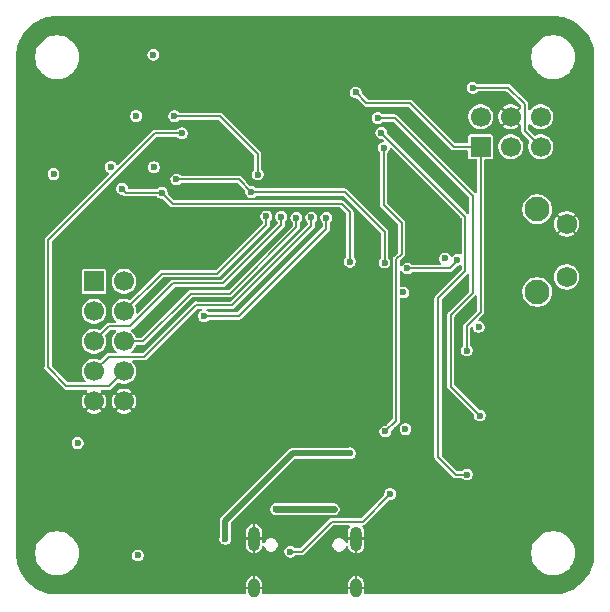
<source format=gbr>
%TF.GenerationSoftware,KiCad,Pcbnew,9.0.2*%
%TF.CreationDate,2025-07-27T12:29:31+02:00*%
%TF.ProjectId,ESP32-S3-TESTBOARD,45535033-322d-4533-932d-54455354424f,rev?*%
%TF.SameCoordinates,Original*%
%TF.FileFunction,Copper,L4,Bot*%
%TF.FilePolarity,Positive*%
%FSLAX46Y46*%
G04 Gerber Fmt 4.6, Leading zero omitted, Abs format (unit mm)*
G04 Created by KiCad (PCBNEW 9.0.2) date 2025-07-27 12:29:31*
%MOMM*%
%LPD*%
G01*
G04 APERTURE LIST*
%TA.AperFunction,ComponentPad*%
%ADD10C,2.100000*%
%TD*%
%TA.AperFunction,ComponentPad*%
%ADD11C,1.750000*%
%TD*%
%TA.AperFunction,ComponentPad*%
%ADD12R,1.700000X1.700000*%
%TD*%
%TA.AperFunction,ComponentPad*%
%ADD13C,1.700000*%
%TD*%
%TA.AperFunction,HeatsinkPad*%
%ADD14O,1.000000X2.100000*%
%TD*%
%TA.AperFunction,HeatsinkPad*%
%ADD15O,1.000000X1.600000*%
%TD*%
%TA.AperFunction,HeatsinkPad*%
%ADD16C,0.600000*%
%TD*%
%TA.AperFunction,ViaPad*%
%ADD17C,0.600000*%
%TD*%
%TA.AperFunction,Conductor*%
%ADD18C,0.500000*%
%TD*%
%TA.AperFunction,Conductor*%
%ADD19C,0.200000*%
%TD*%
%TA.AperFunction,Conductor*%
%ADD20C,0.600000*%
%TD*%
G04 APERTURE END LIST*
D10*
%TO.P,SW3,*%
%TO.N,*%
X157647500Y-103875000D03*
X157647500Y-110885000D03*
D11*
%TO.P,SW3,1,A*%
%TO.N,GND*%
X160137500Y-105125000D03*
%TO.P,SW3,2,B*%
%TO.N,/USER_SW*%
X160137500Y-109625000D03*
%TD*%
D12*
%TO.P,J2,1,Pin_1*%
%TO.N,+3V3*%
X120125000Y-109995000D03*
D13*
%TO.P,J2,2,Pin_2*%
X122665000Y-109995000D03*
%TO.P,J2,3,Pin_3*%
%TO.N,/RESET*%
X120125000Y-112535000D03*
%TO.P,J2,4,Pin_4*%
%TO.N,/CS*%
X122665000Y-112535000D03*
%TO.P,J2,5,Pin_5*%
%TO.N,/MOSI*%
X120125000Y-115075000D03*
%TO.P,J2,6,Pin_6*%
%TO.N,/CLK*%
X122665000Y-115075000D03*
%TO.P,J2,7,Pin_7*%
%TO.N,/MISO*%
X120125000Y-117615000D03*
%TO.P,J2,8,Pin_8*%
%TO.N,/IRQ*%
X122665000Y-117615000D03*
%TO.P,J2,9,Pin_9*%
%TO.N,GND*%
X120125000Y-120155000D03*
%TO.P,J2,10,Pin_10*%
X122665000Y-120155000D03*
%TD*%
D14*
%TO.P,J1,S1,SHIELD*%
%TO.N,GND*%
X133680000Y-131770000D03*
D15*
X133680000Y-135950000D03*
D14*
X142320000Y-131770000D03*
D15*
X142320000Y-135950000D03*
%TD*%
D12*
%TO.P,J3,1,Pin_1*%
%TO.N,/ESP_EN*%
X152860000Y-98600000D03*
D13*
%TO.P,J3,2,Pin_2*%
%TO.N,+3V3*%
X152860000Y-96060000D03*
%TO.P,J3,3,Pin_3*%
%TO.N,/ESP_TXD*%
X155400000Y-98600000D03*
%TO.P,J3,4,Pin_4*%
%TO.N,GND*%
X155400000Y-96060000D03*
%TO.P,J3,5,Pin_5*%
%TO.N,/ESP_RXD*%
X157940000Y-98600000D03*
%TO.P,J3,6,Pin_6*%
%TO.N,/ESP_IO0*%
X157940000Y-96060000D03*
%TD*%
D16*
%TO.P,U2,41,EPAD(GND)*%
%TO.N,GND*%
X135000000Y-95560000D03*
X135000000Y-96960000D03*
X135700000Y-94860000D03*
X135700000Y-96260000D03*
X135700000Y-97660000D03*
X136400000Y-95560000D03*
X136400000Y-96960000D03*
X137100000Y-94860000D03*
X137100000Y-96260000D03*
X137100000Y-97660000D03*
X137800000Y-95560000D03*
X137800000Y-96960000D03*
%TD*%
D17*
%TO.N,+5V*%
X141800000Y-124550000D03*
X131250000Y-131800000D03*
%TO.N,GND*%
X154100000Y-103790000D03*
X161250000Y-96050000D03*
X155550000Y-113170000D03*
X148670000Y-106430000D03*
X127025000Y-87800000D03*
X116030000Y-103350000D03*
X143000000Y-88000000D03*
X161780000Y-120420000D03*
X123850000Y-88200000D03*
X127880000Y-126620000D03*
X139000000Y-88000000D03*
X135000000Y-88000000D03*
X131000000Y-93000000D03*
X161650000Y-117200000D03*
X126790000Y-99140000D03*
X154400000Y-110600000D03*
X154000000Y-88000000D03*
X147200000Y-127050000D03*
X115250000Y-126775000D03*
X138000000Y-127800000D03*
X120000000Y-88000000D03*
X138990000Y-110290000D03*
X115000000Y-96000000D03*
X131000000Y-88000000D03*
X124220000Y-127380000D03*
X150420000Y-102100000D03*
X129300000Y-108010000D03*
X137000000Y-88000000D03*
X161650000Y-123950000D03*
X155500000Y-118900000D03*
X123000000Y-88000000D03*
X116760000Y-121970000D03*
X114670000Y-107230000D03*
X155300000Y-107100000D03*
X151130000Y-90640000D03*
X140850000Y-111825000D03*
X119470000Y-128420000D03*
X131000000Y-100000000D03*
X143880000Y-91920000D03*
X141200000Y-97830000D03*
X160170000Y-101270000D03*
X141250000Y-129700000D03*
X140514893Y-120767106D03*
X121990000Y-134820000D03*
X135230000Y-134730000D03*
X124680000Y-106780000D03*
X122000000Y-92000000D03*
X135940000Y-101390000D03*
X142440000Y-116050000D03*
X116725000Y-99900000D03*
X140010000Y-116130000D03*
X147200000Y-130350000D03*
X161100000Y-128140000D03*
X148000000Y-88000000D03*
X155080000Y-128060000D03*
X145000000Y-88000000D03*
X134750000Y-129700000D03*
X122000000Y-88000000D03*
X120000000Y-97000000D03*
X146325000Y-114075000D03*
X141000000Y-88000000D03*
X129370000Y-115800000D03*
X156000000Y-88000000D03*
X117990000Y-106800000D03*
X153900000Y-118750000D03*
X152000000Y-88000000D03*
X133000000Y-88000000D03*
X150000000Y-88000000D03*
X148420000Y-103830000D03*
%TO.N,+3V3*%
X123850000Y-133200000D03*
X116700000Y-100900000D03*
X125150000Y-90800000D03*
X149850000Y-108050000D03*
X146325000Y-110925000D03*
X121560000Y-100315000D03*
X146500000Y-122500000D03*
X125200000Y-100325000D03*
X118750000Y-123675000D03*
X152700000Y-113850000D03*
X123700000Y-96000000D03*
%TO.N,/ESP_EN*%
X151700000Y-115850000D03*
X142300000Y-94000000D03*
%TO.N,/USER_SW*%
X150900000Y-108150000D03*
X146650000Y-108900000D03*
%TO.N,Net-(F1-Pad1)*%
X140425000Y-129275000D03*
X135550000Y-129275000D03*
%TO.N,/CC1*%
X145200000Y-128000000D03*
X136750000Y-132875000D03*
%TO.N,/RESET*%
X139800000Y-104600000D03*
X129450000Y-112925000D03*
%TO.N,/MISO*%
X138525000Y-104575000D03*
%TO.N,/CS*%
X134725000Y-104475000D03*
%TO.N,/IRQ*%
X127575000Y-97450000D03*
%TO.N,/MOSI*%
X135975000Y-104525000D03*
%TO.N,/CLK*%
X137265000Y-104585000D03*
%TO.N,/ESP_RXD*%
X152200000Y-93600000D03*
%TO.N,/SDA*%
X122500000Y-102150000D03*
X125875000Y-102500000D03*
X141800000Y-108325000D03*
%TO.N,/SCL*%
X144725000Y-108400000D03*
X133455000Y-102425000D03*
X127100000Y-101350000D03*
%TO.N,Net-(U2-GPIO3)*%
X126925000Y-96000000D03*
X134000000Y-100950000D03*
%TO.N,/R_LED*%
X144800000Y-122700000D03*
X144650000Y-98700000D03*
%TO.N,/G_LED*%
X144450000Y-97400000D03*
X151700000Y-126350000D03*
%TO.N,/B_LED*%
X144160000Y-96160000D03*
X152800000Y-121350000D03*
%TD*%
D18*
%TO.N,+5V*%
X136950000Y-124550000D02*
X131250000Y-130250000D01*
X141800000Y-124550000D02*
X136950000Y-124550000D01*
X131250000Y-130250000D02*
X131250000Y-131800000D01*
D19*
%TO.N,/ESP_EN*%
X142300000Y-94000000D02*
X143200000Y-94900000D01*
X152860000Y-98600000D02*
X152860000Y-112590000D01*
X146900000Y-94900000D02*
X150600000Y-98600000D01*
X151700000Y-113750000D02*
X151700000Y-115850000D01*
X143200000Y-94900000D02*
X146900000Y-94900000D01*
X152860000Y-112590000D02*
X151700000Y-113750000D01*
X150600000Y-98600000D02*
X152860000Y-98600000D01*
%TO.N,/USER_SW*%
X150900000Y-108250000D02*
X150900000Y-108150000D01*
X146650000Y-108900000D02*
X150250000Y-108900000D01*
X150250000Y-108900000D02*
X150900000Y-108250000D01*
D20*
%TO.N,Net-(F1-Pad1)*%
X135550000Y-129275000D02*
X140425000Y-129275000D01*
D19*
%TO.N,/CC1*%
X137700000Y-132875000D02*
X140250000Y-130325000D01*
X142875000Y-130325000D02*
X145200000Y-128000000D01*
X140250000Y-130325000D02*
X142875000Y-130325000D01*
X136750000Y-132875000D02*
X137700000Y-132875000D01*
%TO.N,/RESET*%
X139800000Y-105525000D02*
X132400000Y-112925000D01*
X132400000Y-112925000D02*
X129450000Y-112925000D01*
X139800000Y-104600000D02*
X139800000Y-105525000D01*
%TO.N,/MISO*%
X138525000Y-105300000D02*
X131825000Y-112000000D01*
X131825000Y-112000000D02*
X128800000Y-112000000D01*
X128775000Y-111975000D02*
X124375000Y-116375000D01*
X124375000Y-116375000D02*
X121365000Y-116375000D01*
X138525000Y-104575000D02*
X138525000Y-105300000D01*
X121365000Y-116375000D02*
X120125000Y-117615000D01*
X128800000Y-112000000D02*
X128775000Y-111975000D01*
%TO.N,/CS*%
X134725000Y-105200000D02*
X130575000Y-109350000D01*
X130575000Y-109350000D02*
X125850000Y-109350000D01*
X134725000Y-104475000D02*
X134725000Y-105200000D01*
X125850000Y-109350000D02*
X122665000Y-112535000D01*
%TO.N,/IRQ*%
X116275000Y-117225000D02*
X116275000Y-106449943D01*
X121430000Y-118850000D02*
X117800000Y-118850000D01*
X116225000Y-117275000D02*
X116275000Y-117225000D01*
X122665000Y-117615000D02*
X121430000Y-118850000D01*
X117800000Y-118850000D02*
X116225000Y-117275000D01*
X125274943Y-97450000D02*
X127575000Y-97450000D01*
X116275000Y-106449943D02*
X125274943Y-97450000D01*
%TO.N,/MOSI*%
X131075000Y-110150000D02*
X126850000Y-110150000D01*
X135975000Y-104525000D02*
X135975000Y-105250000D01*
X121400000Y-113800000D02*
X120125000Y-115075000D01*
X126850000Y-110150000D02*
X123200000Y-113800000D01*
X123200000Y-113800000D02*
X121400000Y-113800000D01*
X135975000Y-105250000D02*
X131075000Y-110150000D01*
%TO.N,/CLK*%
X137265000Y-105410000D02*
X131650000Y-111025000D01*
X131650000Y-111025000D02*
X128300000Y-111025000D01*
X128300000Y-111025000D02*
X124250000Y-115075000D01*
X124250000Y-115075000D02*
X122665000Y-115075000D01*
X137265000Y-104585000D02*
X137265000Y-105410000D01*
%TO.N,/ESP_RXD*%
X155200000Y-93600000D02*
X156600000Y-95000000D01*
X152200000Y-93600000D02*
X155200000Y-93600000D01*
X156600000Y-95000000D02*
X156600000Y-97260000D01*
X156600000Y-97260000D02*
X157940000Y-98600000D01*
%TO.N,/SDA*%
X122850000Y-102500000D02*
X122500000Y-102150000D01*
X125875000Y-102500000D02*
X122850000Y-102500000D01*
X141800000Y-104125000D02*
X141100000Y-103425000D01*
X141100000Y-103425000D02*
X126800000Y-103425000D01*
X141800000Y-108325000D02*
X141800000Y-104125000D01*
X126800000Y-103425000D02*
X125875000Y-102500000D01*
%TO.N,/SCL*%
X132380000Y-101350000D02*
X133455000Y-102425000D01*
X141375000Y-102425000D02*
X144725000Y-105775000D01*
X133455000Y-102425000D02*
X141375000Y-102425000D01*
X127100000Y-101350000D02*
X132380000Y-101350000D01*
X144725000Y-105775000D02*
X144725000Y-108400000D01*
%TO.N,Net-(U2-GPIO3)*%
X134000000Y-100950000D02*
X134000000Y-99200000D01*
X130800000Y-96000000D02*
X126925000Y-96000000D01*
X134000000Y-99200000D02*
X130800000Y-96000000D01*
%TO.N,/R_LED*%
X144650000Y-98700000D02*
X144650000Y-103500000D01*
X145724000Y-108126000D02*
X145724000Y-121776000D01*
X145724000Y-121776000D02*
X144800000Y-122700000D01*
X146200000Y-105050000D02*
X146200000Y-107650000D01*
X146200000Y-107650000D02*
X145724000Y-108126000D01*
X144650000Y-103500000D02*
X146200000Y-105050000D01*
%TO.N,/G_LED*%
X151550000Y-104500000D02*
X144450000Y-97400000D01*
X151550000Y-109100000D02*
X151550000Y-104500000D01*
X150750000Y-126350000D02*
X149250000Y-124850000D01*
X149250000Y-124850000D02*
X149250000Y-111400000D01*
X149250000Y-111400000D02*
X151550000Y-109100000D01*
X151700000Y-126350000D02*
X150750000Y-126350000D01*
%TO.N,/B_LED*%
X152200000Y-110950000D02*
X150350000Y-112800000D01*
X150350000Y-112800000D02*
X150350000Y-118900000D01*
X145610000Y-96160000D02*
X152200000Y-102750000D01*
X152200000Y-102750000D02*
X152200000Y-110950000D01*
X144160000Y-96160000D02*
X145610000Y-96160000D01*
X150350000Y-118900000D02*
X152800000Y-121350000D01*
%TD*%
%TA.AperFunction,Conductor*%
%TO.N,GND*%
G36*
X145319504Y-98694475D02*
G01*
X151220504Y-104595475D01*
X151248281Y-104649992D01*
X151249500Y-104665479D01*
X151249500Y-107602382D01*
X151230593Y-107660573D01*
X151181093Y-107696537D01*
X151119907Y-107696537D01*
X151101003Y-107688120D01*
X151093189Y-107683609D01*
X151093191Y-107683609D01*
X151043799Y-107670375D01*
X150965892Y-107649500D01*
X150834108Y-107649500D01*
X150756200Y-107670375D01*
X150706809Y-107683609D01*
X150592690Y-107749496D01*
X150499498Y-107842688D01*
X150489602Y-107859828D01*
X150444131Y-107900767D01*
X150383280Y-107907161D01*
X150330293Y-107876566D01*
X150318131Y-107859825D01*
X150250503Y-107742690D01*
X150250501Y-107742688D01*
X150250500Y-107742686D01*
X150157314Y-107649500D01*
X150157311Y-107649498D01*
X150157309Y-107649496D01*
X150043189Y-107583609D01*
X150043191Y-107583609D01*
X149993799Y-107570375D01*
X149915892Y-107549500D01*
X149784108Y-107549500D01*
X149706200Y-107570375D01*
X149656809Y-107583609D01*
X149542690Y-107649496D01*
X149449496Y-107742690D01*
X149383609Y-107856809D01*
X149371831Y-107900767D01*
X149349500Y-107984108D01*
X149349500Y-108115892D01*
X149373861Y-108206809D01*
X149383609Y-108243190D01*
X149449496Y-108357309D01*
X149449498Y-108357311D01*
X149449500Y-108357314D01*
X149522684Y-108430498D01*
X149550460Y-108485013D01*
X149540889Y-108545445D01*
X149497624Y-108588710D01*
X149452679Y-108599500D01*
X147098321Y-108599500D01*
X147040130Y-108580593D01*
X147028323Y-108570509D01*
X146957314Y-108499500D01*
X146957311Y-108499498D01*
X146957309Y-108499496D01*
X146843189Y-108433609D01*
X146843191Y-108433609D01*
X146793799Y-108420375D01*
X146715892Y-108399500D01*
X146584108Y-108399500D01*
X146506200Y-108420375D01*
X146456809Y-108433609D01*
X146342690Y-108499496D01*
X146249498Y-108592688D01*
X146209236Y-108662424D01*
X146163766Y-108703364D01*
X146102916Y-108709759D01*
X146049928Y-108679166D01*
X146025042Y-108623271D01*
X146024500Y-108612923D01*
X146024500Y-108291478D01*
X146043407Y-108233287D01*
X146053490Y-108221480D01*
X146440460Y-107834511D01*
X146480022Y-107765988D01*
X146500500Y-107689562D01*
X146500500Y-107610438D01*
X146500500Y-105010438D01*
X146480021Y-104934011D01*
X146479978Y-104933937D01*
X146440460Y-104865489D01*
X146384511Y-104809539D01*
X146384511Y-104809540D01*
X144979496Y-103404525D01*
X144951719Y-103350008D01*
X144950500Y-103334521D01*
X144950500Y-99148321D01*
X144969407Y-99090130D01*
X144979490Y-99078323D01*
X145050500Y-99007314D01*
X145050503Y-99007309D01*
X145116390Y-98893190D01*
X145116390Y-98893188D01*
X145116392Y-98893186D01*
X145150500Y-98765892D01*
X145150500Y-98764479D01*
X145150812Y-98763516D01*
X145151347Y-98759458D01*
X145152099Y-98759557D01*
X145169407Y-98706288D01*
X145218907Y-98670324D01*
X145280093Y-98670324D01*
X145319504Y-98694475D01*
G37*
%TD.AperFunction*%
%TA.AperFunction,Conductor*%
G36*
X159002421Y-87500619D02*
G01*
X159031158Y-87502030D01*
X159338173Y-87517113D01*
X159347815Y-87518063D01*
X159677915Y-87567029D01*
X159687421Y-87568919D01*
X160011144Y-87650008D01*
X160020415Y-87652820D01*
X160334625Y-87765246D01*
X160343594Y-87768961D01*
X160645263Y-87911640D01*
X160653826Y-87916218D01*
X160940049Y-88087773D01*
X160948127Y-88093171D01*
X161216150Y-88291951D01*
X161223660Y-88298114D01*
X161470921Y-88522218D01*
X161477781Y-88529078D01*
X161603484Y-88667770D01*
X161701885Y-88776339D01*
X161708048Y-88783849D01*
X161906828Y-89051872D01*
X161912226Y-89059950D01*
X162083781Y-89346173D01*
X162088361Y-89354741D01*
X162231036Y-89656402D01*
X162234754Y-89665378D01*
X162347175Y-89979571D01*
X162349995Y-89988868D01*
X162431077Y-90312567D01*
X162432972Y-90322096D01*
X162481934Y-90652170D01*
X162482887Y-90661838D01*
X162499381Y-90997577D01*
X162499500Y-91002435D01*
X162499500Y-132997564D01*
X162499381Y-133002422D01*
X162482887Y-133338161D01*
X162481934Y-133347829D01*
X162432972Y-133677903D01*
X162431077Y-133687432D01*
X162349995Y-134011131D01*
X162347175Y-134020428D01*
X162234754Y-134334621D01*
X162231036Y-134343597D01*
X162088361Y-134645258D01*
X162083781Y-134653826D01*
X161912226Y-134940049D01*
X161906828Y-134948127D01*
X161708048Y-135216150D01*
X161701885Y-135223660D01*
X161477786Y-135470916D01*
X161470916Y-135477786D01*
X161223660Y-135701885D01*
X161216150Y-135708048D01*
X160948127Y-135906828D01*
X160940049Y-135912226D01*
X160653826Y-136083781D01*
X160645258Y-136088361D01*
X160343597Y-136231036D01*
X160334621Y-136234754D01*
X160020428Y-136347175D01*
X160011131Y-136349995D01*
X159687432Y-136431077D01*
X159677903Y-136432972D01*
X159347829Y-136481934D01*
X159338161Y-136482887D01*
X159002422Y-136499381D01*
X158997564Y-136499500D01*
X143104717Y-136499500D01*
X143046526Y-136480593D01*
X143010562Y-136431093D01*
X143007619Y-136381185D01*
X143019999Y-136318944D01*
X143020000Y-136318942D01*
X143020000Y-136050001D01*
X143019999Y-136050000D01*
X142620000Y-136050000D01*
X142620000Y-135850000D01*
X143019999Y-135850000D01*
X143020000Y-135849999D01*
X143020000Y-135581057D01*
X143019999Y-135581055D01*
X142993098Y-135445816D01*
X142940333Y-135318428D01*
X142863728Y-135203779D01*
X142766220Y-135106271D01*
X142651571Y-135029666D01*
X142524182Y-134976901D01*
X142420000Y-134956177D01*
X142420000Y-135366211D01*
X142359496Y-135350000D01*
X142280504Y-135350000D01*
X142220000Y-135366211D01*
X142220000Y-134956177D01*
X142115817Y-134976901D01*
X141988428Y-135029666D01*
X141873779Y-135106271D01*
X141776271Y-135203779D01*
X141699666Y-135318428D01*
X141646901Y-135445816D01*
X141620000Y-135581055D01*
X141620000Y-135849999D01*
X141620001Y-135850000D01*
X142020000Y-135850000D01*
X142020000Y-136050000D01*
X141620001Y-136050000D01*
X141620000Y-136050001D01*
X141620000Y-136318944D01*
X141632381Y-136381185D01*
X141625189Y-136441947D01*
X141583657Y-136486877D01*
X141535283Y-136499500D01*
X134464717Y-136499500D01*
X134406526Y-136480593D01*
X134370562Y-136431093D01*
X134367619Y-136381185D01*
X134379999Y-136318944D01*
X134380000Y-136318942D01*
X134380000Y-136050001D01*
X134379999Y-136050000D01*
X133980000Y-136050000D01*
X133980000Y-135850000D01*
X134379999Y-135850000D01*
X134380000Y-135849999D01*
X134380000Y-135581057D01*
X134379999Y-135581055D01*
X134353098Y-135445816D01*
X134300333Y-135318428D01*
X134223728Y-135203779D01*
X134126220Y-135106271D01*
X134011571Y-135029666D01*
X133884182Y-134976901D01*
X133780000Y-134956177D01*
X133780000Y-135366211D01*
X133719496Y-135350000D01*
X133640504Y-135350000D01*
X133580000Y-135366211D01*
X133580000Y-134956177D01*
X133475817Y-134976901D01*
X133348428Y-135029666D01*
X133233779Y-135106271D01*
X133136271Y-135203779D01*
X133059666Y-135318428D01*
X133006901Y-135445816D01*
X132980000Y-135581055D01*
X132980000Y-135849999D01*
X132980001Y-135850000D01*
X133380000Y-135850000D01*
X133380000Y-136050000D01*
X132980001Y-136050000D01*
X132980000Y-136050001D01*
X132980000Y-136318944D01*
X132992381Y-136381185D01*
X132985189Y-136441947D01*
X132943657Y-136486877D01*
X132895283Y-136499500D01*
X117002436Y-136499500D01*
X116997578Y-136499381D01*
X116661838Y-136482887D01*
X116652170Y-136481934D01*
X116322096Y-136432972D01*
X116312567Y-136431077D01*
X115988868Y-136349995D01*
X115979571Y-136347175D01*
X115665378Y-136234754D01*
X115656402Y-136231036D01*
X115354741Y-136088361D01*
X115346173Y-136083781D01*
X115059950Y-135912226D01*
X115051872Y-135906828D01*
X114783849Y-135708048D01*
X114776339Y-135701885D01*
X114718592Y-135649546D01*
X114529083Y-135477786D01*
X114522218Y-135470921D01*
X114298114Y-135223660D01*
X114291951Y-135216150D01*
X114093171Y-134948127D01*
X114087773Y-134940049D01*
X113958223Y-134723908D01*
X113916216Y-134653823D01*
X113911638Y-134645258D01*
X113862770Y-134541936D01*
X113768961Y-134343594D01*
X113765245Y-134334621D01*
X113652820Y-134020415D01*
X113650008Y-134011144D01*
X113568919Y-133687421D01*
X113567029Y-133677915D01*
X113518063Y-133347815D01*
X113517113Y-133338173D01*
X113500619Y-133002421D01*
X113500500Y-132997564D01*
X113500500Y-132878710D01*
X115149500Y-132878710D01*
X115149500Y-133121289D01*
X115157533Y-133182309D01*
X115178476Y-133341390D01*
X115181161Y-133361781D01*
X115181161Y-133361786D01*
X115243944Y-133596092D01*
X115243948Y-133596105D01*
X115336772Y-133820204D01*
X115336774Y-133820208D01*
X115336776Y-133820212D01*
X115452371Y-134020428D01*
X115458066Y-134030292D01*
X115605729Y-134222731D01*
X115605731Y-134222733D01*
X115605735Y-134222738D01*
X115777262Y-134394265D01*
X115777266Y-134394268D01*
X115777268Y-134394270D01*
X115969707Y-134541933D01*
X115969711Y-134541936D01*
X116179788Y-134663224D01*
X116403900Y-134756054D01*
X116638211Y-134818838D01*
X116878712Y-134850500D01*
X116878713Y-134850500D01*
X117121287Y-134850500D01*
X117121288Y-134850500D01*
X117361789Y-134818838D01*
X117596100Y-134756054D01*
X117820212Y-134663224D01*
X118030289Y-134541936D01*
X118222738Y-134394265D01*
X118394265Y-134222738D01*
X118541936Y-134030289D01*
X118663224Y-133820212D01*
X118756054Y-133596100D01*
X118818838Y-133361789D01*
X118848812Y-133134108D01*
X123349500Y-133134108D01*
X123349500Y-133265892D01*
X123375195Y-133361789D01*
X123383609Y-133393190D01*
X123449496Y-133507309D01*
X123449498Y-133507311D01*
X123449500Y-133507314D01*
X123542686Y-133600500D01*
X123542688Y-133600501D01*
X123542690Y-133600503D01*
X123656810Y-133666390D01*
X123656808Y-133666390D01*
X123656812Y-133666391D01*
X123656814Y-133666392D01*
X123784108Y-133700500D01*
X123784110Y-133700500D01*
X123915890Y-133700500D01*
X123915892Y-133700500D01*
X124043186Y-133666392D01*
X124043188Y-133666390D01*
X124043190Y-133666390D01*
X124157309Y-133600503D01*
X124157309Y-133600502D01*
X124157314Y-133600500D01*
X124250500Y-133507314D01*
X124316392Y-133393186D01*
X124350500Y-133265892D01*
X124350500Y-133134108D01*
X124316392Y-133006814D01*
X124316390Y-133006811D01*
X124316390Y-133006809D01*
X124250503Y-132892690D01*
X124250501Y-132892688D01*
X124250500Y-132892686D01*
X124157314Y-132799500D01*
X124157311Y-132799498D01*
X124157309Y-132799496D01*
X124043189Y-132733609D01*
X124043191Y-132733609D01*
X123993799Y-132720375D01*
X123915892Y-132699500D01*
X123784108Y-132699500D01*
X123706200Y-132720375D01*
X123656809Y-132733609D01*
X123542690Y-132799496D01*
X123449496Y-132892690D01*
X123383609Y-133006809D01*
X123364539Y-133077978D01*
X123349500Y-133134108D01*
X118848812Y-133134108D01*
X118850500Y-133121288D01*
X118850500Y-132878712D01*
X118818838Y-132638211D01*
X118756054Y-132403900D01*
X118663224Y-132179788D01*
X118541936Y-131969711D01*
X118465426Y-131870001D01*
X118402421Y-131787890D01*
X118402419Y-131787888D01*
X118394268Y-131777266D01*
X118394265Y-131777262D01*
X118351111Y-131734108D01*
X130749500Y-131734108D01*
X130749500Y-131865892D01*
X130771135Y-131946635D01*
X130783609Y-131993190D01*
X130849496Y-132107309D01*
X130849498Y-132107311D01*
X130849500Y-132107314D01*
X130942686Y-132200500D01*
X130942688Y-132200501D01*
X130942690Y-132200503D01*
X131056810Y-132266390D01*
X131056808Y-132266390D01*
X131056812Y-132266391D01*
X131056814Y-132266392D01*
X131184108Y-132300500D01*
X131184110Y-132300500D01*
X131315890Y-132300500D01*
X131315892Y-132300500D01*
X131443186Y-132266392D01*
X131443188Y-132266390D01*
X131443190Y-132266390D01*
X131557309Y-132200503D01*
X131557309Y-132200502D01*
X131557314Y-132200500D01*
X131650500Y-132107314D01*
X131664043Y-132083857D01*
X131716390Y-131993190D01*
X131716390Y-131993188D01*
X131716392Y-131993186D01*
X131750500Y-131865892D01*
X131750500Y-131734108D01*
X131716392Y-131606814D01*
X131713761Y-131602258D01*
X131700500Y-131552761D01*
X131700500Y-131151055D01*
X132980000Y-131151055D01*
X132980000Y-131669999D01*
X132980001Y-131670000D01*
X133380000Y-131670000D01*
X133380000Y-131870000D01*
X132980001Y-131870000D01*
X132980000Y-131870001D01*
X132980000Y-132388944D01*
X133006901Y-132524183D01*
X133059666Y-132651571D01*
X133136271Y-132766220D01*
X133233779Y-132863728D01*
X133348428Y-132940333D01*
X133475817Y-132993098D01*
X133580000Y-133013822D01*
X133580000Y-132603788D01*
X133640504Y-132620000D01*
X133719496Y-132620000D01*
X133780000Y-132603788D01*
X133780000Y-133013821D01*
X133884181Y-132993098D01*
X133884183Y-132993098D01*
X134011571Y-132940333D01*
X134126220Y-132863728D01*
X134223728Y-132766220D01*
X134300333Y-132651571D01*
X134353098Y-132524183D01*
X134353099Y-132524180D01*
X134364497Y-132466877D01*
X134394393Y-132413493D01*
X134449958Y-132387876D01*
X134509968Y-132399812D01*
X134551501Y-132444742D01*
X134557221Y-132460564D01*
X134573719Y-132522135D01*
X134573720Y-132522137D01*
X134573721Y-132522140D01*
X134649481Y-132653360D01*
X134649483Y-132653362D01*
X134649485Y-132653365D01*
X134756635Y-132760515D01*
X134756637Y-132760516D01*
X134756639Y-132760518D01*
X134887861Y-132836279D01*
X134887859Y-132836279D01*
X134887863Y-132836280D01*
X134887865Y-132836281D01*
X135034234Y-132875500D01*
X135034236Y-132875500D01*
X135185764Y-132875500D01*
X135185766Y-132875500D01*
X135332135Y-132836281D01*
X135332137Y-132836279D01*
X135332139Y-132836279D01*
X135379200Y-132809108D01*
X136249500Y-132809108D01*
X136249500Y-132940892D01*
X136279579Y-133053151D01*
X136283609Y-133068190D01*
X136349496Y-133182309D01*
X136349498Y-133182311D01*
X136349500Y-133182314D01*
X136442686Y-133275500D01*
X136442688Y-133275501D01*
X136442690Y-133275503D01*
X136556810Y-133341390D01*
X136556808Y-133341390D01*
X136556812Y-133341391D01*
X136556814Y-133341392D01*
X136684108Y-133375500D01*
X136684110Y-133375500D01*
X136815890Y-133375500D01*
X136815892Y-133375500D01*
X136943186Y-133341392D01*
X136943188Y-133341390D01*
X136943190Y-133341390D01*
X137057309Y-133275503D01*
X137057309Y-133275502D01*
X137057314Y-133275500D01*
X137128319Y-133204494D01*
X137182834Y-133176719D01*
X137198321Y-133175500D01*
X137739563Y-133175500D01*
X137739563Y-133175499D01*
X137815989Y-133155021D01*
X137884511Y-133115460D01*
X137940460Y-133059511D01*
X140345475Y-130654496D01*
X140399992Y-130626719D01*
X140415479Y-130625500D01*
X141690133Y-130625500D01*
X141748324Y-130644407D01*
X141784288Y-130693907D01*
X141784288Y-130755093D01*
X141772449Y-130779501D01*
X141699666Y-130888428D01*
X141646901Y-131015816D01*
X141620000Y-131151055D01*
X141620000Y-131669999D01*
X141620001Y-131670000D01*
X142020000Y-131670000D01*
X142020000Y-131870000D01*
X141620001Y-131870000D01*
X141620000Y-131870001D01*
X141620000Y-132048855D01*
X141601093Y-132107046D01*
X141551593Y-132143010D01*
X141490407Y-132143010D01*
X141440907Y-132107046D01*
X141429668Y-132083482D01*
X141428763Y-132083857D01*
X141426279Y-132077861D01*
X141350518Y-131946639D01*
X141350516Y-131946637D01*
X141350515Y-131946635D01*
X141243365Y-131839485D01*
X141243362Y-131839483D01*
X141243360Y-131839481D01*
X141112138Y-131763720D01*
X141112140Y-131763720D01*
X141055347Y-131748503D01*
X140965766Y-131724500D01*
X140814234Y-131724500D01*
X140724652Y-131748503D01*
X140667860Y-131763720D01*
X140536639Y-131839481D01*
X140429481Y-131946639D01*
X140353720Y-132077860D01*
X140345828Y-132107314D01*
X140314500Y-132224234D01*
X140314500Y-132375766D01*
X140348915Y-132504205D01*
X140353720Y-132522139D01*
X140429481Y-132653360D01*
X140429483Y-132653362D01*
X140429485Y-132653365D01*
X140536635Y-132760515D01*
X140536637Y-132760516D01*
X140536639Y-132760518D01*
X140667861Y-132836279D01*
X140667859Y-132836279D01*
X140667863Y-132836280D01*
X140667865Y-132836281D01*
X140814234Y-132875500D01*
X140814236Y-132875500D01*
X140965764Y-132875500D01*
X140965766Y-132875500D01*
X141112135Y-132836281D01*
X141112137Y-132836279D01*
X141112139Y-132836279D01*
X141243360Y-132760518D01*
X141243360Y-132760517D01*
X141243365Y-132760515D01*
X141350515Y-132653365D01*
X141426281Y-132522135D01*
X141442778Y-132460566D01*
X141476101Y-132409253D01*
X141533222Y-132387326D01*
X141592323Y-132403161D01*
X141630828Y-132450711D01*
X141635502Y-132466876D01*
X141646901Y-132524181D01*
X141646901Y-132524183D01*
X141699666Y-132651571D01*
X141776271Y-132766220D01*
X141873779Y-132863728D01*
X141988428Y-132940333D01*
X142115817Y-132993098D01*
X142220000Y-133013822D01*
X142220000Y-132603788D01*
X142280504Y-132620000D01*
X142359496Y-132620000D01*
X142420000Y-132603788D01*
X142420000Y-133013821D01*
X142524181Y-132993098D01*
X142524183Y-132993098D01*
X142651571Y-132940333D01*
X142743798Y-132878710D01*
X157149500Y-132878710D01*
X157149500Y-133121289D01*
X157157533Y-133182309D01*
X157178476Y-133341390D01*
X157181161Y-133361781D01*
X157181161Y-133361786D01*
X157243944Y-133596092D01*
X157243948Y-133596105D01*
X157336772Y-133820204D01*
X157336774Y-133820208D01*
X157336776Y-133820212D01*
X157452371Y-134020428D01*
X157458066Y-134030292D01*
X157605729Y-134222731D01*
X157605731Y-134222733D01*
X157605735Y-134222738D01*
X157777262Y-134394265D01*
X157777266Y-134394268D01*
X157777268Y-134394270D01*
X157969707Y-134541933D01*
X157969711Y-134541936D01*
X158179788Y-134663224D01*
X158403900Y-134756054D01*
X158638211Y-134818838D01*
X158878712Y-134850500D01*
X158878713Y-134850500D01*
X159121287Y-134850500D01*
X159121288Y-134850500D01*
X159361789Y-134818838D01*
X159596100Y-134756054D01*
X159820212Y-134663224D01*
X160030289Y-134541936D01*
X160222738Y-134394265D01*
X160394265Y-134222738D01*
X160541936Y-134030289D01*
X160663224Y-133820212D01*
X160756054Y-133596100D01*
X160818838Y-133361789D01*
X160850500Y-133121288D01*
X160850500Y-132878712D01*
X160818838Y-132638211D01*
X160756054Y-132403900D01*
X160663224Y-132179788D01*
X160541936Y-131969711D01*
X160462272Y-131865890D01*
X160394270Y-131777268D01*
X160394268Y-131777266D01*
X160394265Y-131777262D01*
X160222738Y-131605735D01*
X160222733Y-131605731D01*
X160222731Y-131605729D01*
X160030292Y-131458066D01*
X160030289Y-131458064D01*
X159820212Y-131336776D01*
X159820208Y-131336774D01*
X159820204Y-131336772D01*
X159596105Y-131243948D01*
X159596104Y-131243947D01*
X159596100Y-131243946D01*
X159361789Y-131181162D01*
X159361786Y-131181161D01*
X159361784Y-131181161D01*
X159121289Y-131149500D01*
X159121288Y-131149500D01*
X158878712Y-131149500D01*
X158878710Y-131149500D01*
X158638218Y-131181161D01*
X158638213Y-131181161D01*
X158403907Y-131243944D01*
X158403894Y-131243948D01*
X158179795Y-131336772D01*
X157969707Y-131458066D01*
X157777268Y-131605729D01*
X157605729Y-131777268D01*
X157458066Y-131969707D01*
X157336772Y-132179795D01*
X157243948Y-132403894D01*
X157243944Y-132403907D01*
X157181161Y-132638213D01*
X157181161Y-132638218D01*
X157149500Y-132878710D01*
X142743798Y-132878710D01*
X142766220Y-132863728D01*
X142824482Y-132805467D01*
X142863728Y-132766220D01*
X142940333Y-132651571D01*
X142993098Y-132524183D01*
X143019999Y-132388944D01*
X143020000Y-132388942D01*
X143020000Y-131870001D01*
X143019999Y-131870000D01*
X142620000Y-131870000D01*
X142620000Y-131670000D01*
X143019999Y-131670000D01*
X143020000Y-131669999D01*
X143020000Y-131151057D01*
X143019999Y-131151055D01*
X142993098Y-131015816D01*
X142940333Y-130888428D01*
X142864169Y-130774439D01*
X142847561Y-130715551D01*
X142868739Y-130658147D01*
X142919613Y-130624155D01*
X142920743Y-130623843D01*
X142990989Y-130605021D01*
X142990992Y-130605019D01*
X142990993Y-130605019D01*
X143014899Y-130591216D01*
X143059511Y-130565460D01*
X143115460Y-130509511D01*
X145095474Y-128529495D01*
X145149991Y-128501719D01*
X145165478Y-128500500D01*
X145265890Y-128500500D01*
X145265892Y-128500500D01*
X145393186Y-128466392D01*
X145393188Y-128466390D01*
X145393190Y-128466390D01*
X145507309Y-128400503D01*
X145507309Y-128400502D01*
X145507314Y-128400500D01*
X145600500Y-128307314D01*
X145666392Y-128193186D01*
X145700500Y-128065892D01*
X145700500Y-127934108D01*
X145666392Y-127806814D01*
X145666390Y-127806811D01*
X145666390Y-127806809D01*
X145600503Y-127692690D01*
X145600501Y-127692688D01*
X145600500Y-127692686D01*
X145507314Y-127599500D01*
X145507311Y-127599498D01*
X145507309Y-127599496D01*
X145393189Y-127533609D01*
X145393191Y-127533609D01*
X145343799Y-127520375D01*
X145265892Y-127499500D01*
X145134108Y-127499500D01*
X145056200Y-127520375D01*
X145006809Y-127533609D01*
X144892690Y-127599496D01*
X144799496Y-127692690D01*
X144733609Y-127806809D01*
X144699500Y-127934109D01*
X144699500Y-128034520D01*
X144680593Y-128092711D01*
X144670504Y-128104524D01*
X142779525Y-129995504D01*
X142725008Y-130023281D01*
X142709521Y-130024500D01*
X140289562Y-130024500D01*
X140210438Y-130024500D01*
X140163661Y-130037033D01*
X140134007Y-130044979D01*
X140065493Y-130084536D01*
X137604525Y-132545504D01*
X137550008Y-132573281D01*
X137534521Y-132574500D01*
X137198321Y-132574500D01*
X137140130Y-132555593D01*
X137128323Y-132545509D01*
X137057314Y-132474500D01*
X137057311Y-132474498D01*
X137057309Y-132474496D01*
X136943189Y-132408609D01*
X136943191Y-132408609D01*
X136869798Y-132388944D01*
X136815892Y-132374500D01*
X136684108Y-132374500D01*
X136630202Y-132388944D01*
X136556809Y-132408609D01*
X136442690Y-132474496D01*
X136349496Y-132567690D01*
X136283609Y-132681809D01*
X136283608Y-132681814D01*
X136249500Y-132809108D01*
X135379200Y-132809108D01*
X135463360Y-132760518D01*
X135463360Y-132760517D01*
X135463365Y-132760515D01*
X135570515Y-132653365D01*
X135579264Y-132638211D01*
X135646279Y-132522139D01*
X135646279Y-132522137D01*
X135646281Y-132522135D01*
X135685500Y-132375766D01*
X135685500Y-132224234D01*
X135646281Y-132077865D01*
X135646279Y-132077861D01*
X135646279Y-132077860D01*
X135570518Y-131946639D01*
X135570516Y-131946637D01*
X135570515Y-131946635D01*
X135463365Y-131839485D01*
X135463362Y-131839483D01*
X135463360Y-131839481D01*
X135332138Y-131763720D01*
X135332140Y-131763720D01*
X135275347Y-131748503D01*
X135185766Y-131724500D01*
X135034234Y-131724500D01*
X134944652Y-131748503D01*
X134887860Y-131763720D01*
X134756639Y-131839481D01*
X134649481Y-131946639D01*
X134573720Y-132077861D01*
X134571237Y-132083857D01*
X134569108Y-132082975D01*
X134541302Y-132125793D01*
X134484180Y-132147719D01*
X134425080Y-132131883D01*
X134386575Y-132084332D01*
X134380000Y-132048855D01*
X134380000Y-131870001D01*
X134379999Y-131870000D01*
X133980000Y-131870000D01*
X133980000Y-131670000D01*
X134379999Y-131670000D01*
X134380000Y-131669999D01*
X134380000Y-131151057D01*
X134379999Y-131151055D01*
X134353098Y-131015816D01*
X134300333Y-130888428D01*
X134223728Y-130773779D01*
X134126220Y-130676271D01*
X134011571Y-130599666D01*
X133884182Y-130546901D01*
X133780000Y-130526177D01*
X133780000Y-130936211D01*
X133719496Y-130920000D01*
X133640504Y-130920000D01*
X133580000Y-130936211D01*
X133580000Y-130526177D01*
X133475817Y-130546901D01*
X133348428Y-130599666D01*
X133233779Y-130676271D01*
X133136271Y-130773779D01*
X133059666Y-130888428D01*
X133006901Y-131015816D01*
X132980000Y-131151055D01*
X131700500Y-131151055D01*
X131700500Y-130477611D01*
X131719407Y-130419420D01*
X131729496Y-130407607D01*
X132927995Y-129209108D01*
X135049500Y-129209108D01*
X135049500Y-129340892D01*
X135079579Y-129453151D01*
X135083609Y-129468190D01*
X135149496Y-129582309D01*
X135149498Y-129582311D01*
X135149500Y-129582314D01*
X135242686Y-129675500D01*
X135242688Y-129675501D01*
X135242690Y-129675503D01*
X135356810Y-129741390D01*
X135356808Y-129741390D01*
X135356812Y-129741391D01*
X135356814Y-129741392D01*
X135484108Y-129775500D01*
X135484110Y-129775500D01*
X140490890Y-129775500D01*
X140490892Y-129775500D01*
X140618186Y-129741392D01*
X140618188Y-129741390D01*
X140618190Y-129741390D01*
X140732309Y-129675503D01*
X140732309Y-129675502D01*
X140732314Y-129675500D01*
X140825500Y-129582314D01*
X140891392Y-129468186D01*
X140925500Y-129340892D01*
X140925500Y-129209108D01*
X140891392Y-129081814D01*
X140891390Y-129081811D01*
X140891390Y-129081809D01*
X140825503Y-128967690D01*
X140825501Y-128967688D01*
X140825500Y-128967686D01*
X140732314Y-128874500D01*
X140732311Y-128874498D01*
X140732309Y-128874496D01*
X140618189Y-128808609D01*
X140618191Y-128808609D01*
X140568799Y-128795375D01*
X140490892Y-128774500D01*
X135484108Y-128774500D01*
X135406200Y-128795375D01*
X135356809Y-128808609D01*
X135242690Y-128874496D01*
X135149496Y-128967690D01*
X135083609Y-129081809D01*
X135083608Y-129081814D01*
X135049500Y-129209108D01*
X132927995Y-129209108D01*
X137107607Y-125029496D01*
X137162124Y-125001719D01*
X137177611Y-125000500D01*
X141552761Y-125000500D01*
X141602258Y-125013761D01*
X141606814Y-125016392D01*
X141734108Y-125050500D01*
X141734110Y-125050500D01*
X141865890Y-125050500D01*
X141865892Y-125050500D01*
X141993186Y-125016392D01*
X141993188Y-125016390D01*
X141993190Y-125016390D01*
X142107309Y-124950503D01*
X142107309Y-124950502D01*
X142107314Y-124950500D01*
X142200500Y-124857314D01*
X142200503Y-124857309D01*
X142266390Y-124743190D01*
X142266390Y-124743188D01*
X142266392Y-124743186D01*
X142300500Y-124615892D01*
X142300500Y-124484108D01*
X142266392Y-124356814D01*
X142266390Y-124356811D01*
X142266390Y-124356809D01*
X142200503Y-124242690D01*
X142200501Y-124242688D01*
X142200500Y-124242686D01*
X142107314Y-124149500D01*
X142107311Y-124149498D01*
X142107309Y-124149496D01*
X141993189Y-124083609D01*
X141993191Y-124083609D01*
X141943799Y-124070375D01*
X141865892Y-124049500D01*
X141734108Y-124049500D01*
X141649245Y-124072238D01*
X141606813Y-124083608D01*
X141602259Y-124086238D01*
X141552761Y-124099500D01*
X136890691Y-124099500D01*
X136833402Y-124114850D01*
X136776112Y-124130201D01*
X136732696Y-124155266D01*
X136732697Y-124155267D01*
X136673388Y-124189509D01*
X130889507Y-129973390D01*
X130830200Y-130076112D01*
X130830200Y-130076113D01*
X130830201Y-130076114D01*
X130799500Y-130190692D01*
X130799500Y-131552761D01*
X130795276Y-131568524D01*
X130795685Y-131579979D01*
X130792332Y-131591701D01*
X130783608Y-131606814D01*
X130749500Y-131734108D01*
X118351111Y-131734108D01*
X118222738Y-131605735D01*
X118222733Y-131605731D01*
X118222731Y-131605729D01*
X118030292Y-131458066D01*
X118030289Y-131458064D01*
X117820212Y-131336776D01*
X117820208Y-131336774D01*
X117820204Y-131336772D01*
X117596105Y-131243948D01*
X117596104Y-131243947D01*
X117596100Y-131243946D01*
X117361789Y-131181162D01*
X117361786Y-131181161D01*
X117361784Y-131181161D01*
X117121289Y-131149500D01*
X117121288Y-131149500D01*
X116878712Y-131149500D01*
X116878710Y-131149500D01*
X116638218Y-131181161D01*
X116638213Y-131181161D01*
X116403907Y-131243944D01*
X116403894Y-131243948D01*
X116179795Y-131336772D01*
X115969707Y-131458066D01*
X115777268Y-131605729D01*
X115605729Y-131777268D01*
X115458066Y-131969707D01*
X115336772Y-132179795D01*
X115243948Y-132403894D01*
X115243944Y-132403907D01*
X115181161Y-132638213D01*
X115181161Y-132638218D01*
X115149500Y-132878710D01*
X113500500Y-132878710D01*
X113500500Y-123609108D01*
X118249500Y-123609108D01*
X118249500Y-123740892D01*
X118279579Y-123853151D01*
X118283609Y-123868190D01*
X118349496Y-123982309D01*
X118349498Y-123982311D01*
X118349500Y-123982314D01*
X118442686Y-124075500D01*
X118442688Y-124075501D01*
X118442690Y-124075503D01*
X118556810Y-124141390D01*
X118556808Y-124141390D01*
X118556812Y-124141391D01*
X118556814Y-124141392D01*
X118684108Y-124175500D01*
X118684110Y-124175500D01*
X118815890Y-124175500D01*
X118815892Y-124175500D01*
X118943186Y-124141392D01*
X118943188Y-124141390D01*
X118943190Y-124141390D01*
X119057309Y-124075503D01*
X119057309Y-124075502D01*
X119057314Y-124075500D01*
X119150500Y-123982314D01*
X119216392Y-123868186D01*
X119250500Y-123740892D01*
X119250500Y-123609108D01*
X119216392Y-123481814D01*
X119216390Y-123481811D01*
X119216390Y-123481809D01*
X119150503Y-123367690D01*
X119150501Y-123367688D01*
X119150500Y-123367686D01*
X119057314Y-123274500D01*
X119057311Y-123274498D01*
X119057309Y-123274496D01*
X118943189Y-123208609D01*
X118943191Y-123208609D01*
X118893799Y-123195375D01*
X118815892Y-123174500D01*
X118684108Y-123174500D01*
X118606200Y-123195375D01*
X118556809Y-123208609D01*
X118442690Y-123274496D01*
X118349496Y-123367690D01*
X118283609Y-123481809D01*
X118283608Y-123481814D01*
X118249500Y-123609108D01*
X113500500Y-123609108D01*
X113500500Y-117235438D01*
X115924500Y-117235438D01*
X115924500Y-117245262D01*
X115924500Y-117314564D01*
X115944977Y-117390984D01*
X115944978Y-117390985D01*
X115944979Y-117390988D01*
X115984540Y-117459511D01*
X117559540Y-119034511D01*
X117559539Y-119034511D01*
X117615489Y-119090460D01*
X117684007Y-119130019D01*
X117684011Y-119130021D01*
X117760435Y-119150499D01*
X117760437Y-119150500D01*
X119412030Y-119150500D01*
X119470221Y-119169407D01*
X119506185Y-119218907D01*
X119506185Y-119280093D01*
X119470221Y-119329593D01*
X119467033Y-119331815D01*
X119455663Y-119339412D01*
X119453248Y-119341825D01*
X119848633Y-119737210D01*
X119817993Y-119754901D01*
X119724901Y-119847993D01*
X119707210Y-119878633D01*
X119311825Y-119483248D01*
X119309410Y-119485665D01*
X119194505Y-119657630D01*
X119194501Y-119657639D01*
X119115349Y-119848727D01*
X119075000Y-120051581D01*
X119075000Y-120258418D01*
X119115349Y-120461272D01*
X119194501Y-120652360D01*
X119194508Y-120652374D01*
X119309405Y-120824329D01*
X119311826Y-120826750D01*
X119707210Y-120431365D01*
X119724901Y-120462007D01*
X119817993Y-120555099D01*
X119848632Y-120572788D01*
X119453249Y-120968173D01*
X119455670Y-120970594D01*
X119627625Y-121085491D01*
X119627639Y-121085498D01*
X119818727Y-121164650D01*
X120021581Y-121204999D01*
X120021586Y-121205000D01*
X120228414Y-121205000D01*
X120228418Y-121204999D01*
X120431272Y-121164650D01*
X120622360Y-121085498D01*
X120622366Y-121085495D01*
X120794333Y-120970591D01*
X120796750Y-120968173D01*
X120401366Y-120572789D01*
X120432007Y-120555099D01*
X120525099Y-120462007D01*
X120542789Y-120431366D01*
X120938173Y-120826750D01*
X120940591Y-120824333D01*
X121055495Y-120652366D01*
X121055498Y-120652360D01*
X121134650Y-120461272D01*
X121174999Y-120258418D01*
X121175000Y-120258413D01*
X121175000Y-120051586D01*
X121174999Y-120051581D01*
X121615000Y-120051581D01*
X121615000Y-120258418D01*
X121655349Y-120461272D01*
X121734501Y-120652360D01*
X121734508Y-120652374D01*
X121849405Y-120824329D01*
X121851826Y-120826750D01*
X122247210Y-120431365D01*
X122264901Y-120462007D01*
X122357993Y-120555099D01*
X122388632Y-120572788D01*
X121993249Y-120968173D01*
X121995670Y-120970594D01*
X122167625Y-121085491D01*
X122167639Y-121085498D01*
X122358727Y-121164650D01*
X122561581Y-121204999D01*
X122561586Y-121205000D01*
X122768414Y-121205000D01*
X122768418Y-121204999D01*
X122971272Y-121164650D01*
X123162360Y-121085498D01*
X123162366Y-121085495D01*
X123334333Y-120970591D01*
X123336750Y-120968173D01*
X122941366Y-120572789D01*
X122972007Y-120555099D01*
X123065099Y-120462007D01*
X123082789Y-120431366D01*
X123478173Y-120826750D01*
X123480591Y-120824333D01*
X123595495Y-120652366D01*
X123595498Y-120652360D01*
X123674650Y-120461272D01*
X123714999Y-120258418D01*
X123715000Y-120258413D01*
X123715000Y-120051586D01*
X123714999Y-120051581D01*
X123674650Y-119848727D01*
X123595498Y-119657639D01*
X123595491Y-119657625D01*
X123480594Y-119485670D01*
X123478173Y-119483249D01*
X123082788Y-119878632D01*
X123065099Y-119847993D01*
X122972007Y-119754901D01*
X122941365Y-119737210D01*
X123336750Y-119341826D01*
X123334329Y-119339405D01*
X123162374Y-119224508D01*
X123162360Y-119224501D01*
X122971272Y-119145349D01*
X122768418Y-119105000D01*
X122561581Y-119105000D01*
X122358727Y-119145349D01*
X122167639Y-119224501D01*
X122167630Y-119224505D01*
X121995665Y-119339410D01*
X121993248Y-119341825D01*
X122388633Y-119737210D01*
X122357993Y-119754901D01*
X122264901Y-119847993D01*
X122247210Y-119878633D01*
X121851825Y-119483248D01*
X121849410Y-119485665D01*
X121734505Y-119657630D01*
X121734501Y-119657639D01*
X121655349Y-119848727D01*
X121615000Y-120051581D01*
X121174999Y-120051581D01*
X121134650Y-119848727D01*
X121055498Y-119657639D01*
X121055491Y-119657625D01*
X120940594Y-119485670D01*
X120938173Y-119483249D01*
X120542788Y-119878632D01*
X120525099Y-119847993D01*
X120432007Y-119754901D01*
X120401365Y-119737209D01*
X120778146Y-119360429D01*
X120747133Y-119288866D01*
X120746861Y-119286014D01*
X120745090Y-119283767D01*
X120743991Y-119255816D01*
X120741343Y-119227955D01*
X120742799Y-119225489D01*
X120742687Y-119222629D01*
X120758230Y-119199365D01*
X120772461Y-119175274D01*
X120775087Y-119174135D01*
X120776679Y-119171754D01*
X120802933Y-119162067D01*
X120828601Y-119150944D01*
X120831395Y-119151567D01*
X120834082Y-119150576D01*
X120837970Y-119150500D01*
X121469563Y-119150500D01*
X121469563Y-119150499D01*
X121545989Y-119130021D01*
X121614511Y-119090460D01*
X121642485Y-119062485D01*
X121670461Y-119034511D01*
X122114706Y-118590264D01*
X122169223Y-118562486D01*
X122222595Y-118568802D01*
X122358580Y-118625130D01*
X122561535Y-118665500D01*
X122561536Y-118665500D01*
X122768464Y-118665500D01*
X122768465Y-118665500D01*
X122971420Y-118625130D01*
X123162598Y-118545941D01*
X123334655Y-118430977D01*
X123480977Y-118284655D01*
X123595941Y-118112598D01*
X123675130Y-117921420D01*
X123715500Y-117718465D01*
X123715500Y-117511535D01*
X123675130Y-117308580D01*
X123595941Y-117117402D01*
X123480977Y-116945345D01*
X123380133Y-116844501D01*
X123352358Y-116789987D01*
X123361929Y-116729555D01*
X123405194Y-116686290D01*
X123450139Y-116675500D01*
X124414563Y-116675500D01*
X124414563Y-116675499D01*
X124490989Y-116655021D01*
X124559511Y-116615460D01*
X124615460Y-116559511D01*
X128845475Y-112329496D01*
X128899992Y-112301719D01*
X128915479Y-112300500D01*
X129161192Y-112300500D01*
X129219383Y-112319407D01*
X129255347Y-112368907D01*
X129255347Y-112430093D01*
X129219383Y-112479593D01*
X129210697Y-112485233D01*
X129194604Y-112494525D01*
X129142687Y-112524499D01*
X129049496Y-112617690D01*
X128983609Y-112731809D01*
X128972167Y-112774511D01*
X128949500Y-112859108D01*
X128949500Y-112990892D01*
X128960675Y-113032597D01*
X128983609Y-113118190D01*
X129049496Y-113232309D01*
X129049498Y-113232311D01*
X129049500Y-113232314D01*
X129142686Y-113325500D01*
X129142688Y-113325501D01*
X129142690Y-113325503D01*
X129256810Y-113391390D01*
X129256808Y-113391390D01*
X129256812Y-113391391D01*
X129256814Y-113391392D01*
X129384108Y-113425500D01*
X129384110Y-113425500D01*
X129515890Y-113425500D01*
X129515892Y-113425500D01*
X129643186Y-113391392D01*
X129643188Y-113391390D01*
X129643190Y-113391390D01*
X129757309Y-113325503D01*
X129757309Y-113325502D01*
X129757314Y-113325500D01*
X129828319Y-113254494D01*
X129882834Y-113226719D01*
X129898321Y-113225500D01*
X132439563Y-113225500D01*
X132439563Y-113225499D01*
X132515989Y-113205021D01*
X132584511Y-113165460D01*
X132640460Y-113109511D01*
X140040460Y-105709511D01*
X140080021Y-105640989D01*
X140100500Y-105564562D01*
X140100500Y-105048321D01*
X140119407Y-104990130D01*
X140129490Y-104978323D01*
X140200500Y-104907314D01*
X140231675Y-104853317D01*
X140266390Y-104793190D01*
X140266390Y-104793188D01*
X140266392Y-104793186D01*
X140300500Y-104665892D01*
X140300500Y-104534108D01*
X140266392Y-104406814D01*
X140266390Y-104406811D01*
X140266390Y-104406809D01*
X140200503Y-104292690D01*
X140200501Y-104292688D01*
X140200500Y-104292686D01*
X140107314Y-104199500D01*
X140107311Y-104199498D01*
X140107309Y-104199496D01*
X139993189Y-104133609D01*
X139993191Y-104133609D01*
X139937205Y-104118608D01*
X139865892Y-104099500D01*
X139734108Y-104099500D01*
X139662795Y-104118608D01*
X139606809Y-104133609D01*
X139492690Y-104199496D01*
X139399496Y-104292690D01*
X139333609Y-104406809D01*
X139333608Y-104406814D01*
X139299500Y-104534108D01*
X139299500Y-104665892D01*
X139326909Y-104768186D01*
X139333609Y-104793190D01*
X139399496Y-104907309D01*
X139399498Y-104907311D01*
X139399500Y-104907314D01*
X139470505Y-104978319D01*
X139498281Y-105032834D01*
X139499500Y-105048321D01*
X139499500Y-105359521D01*
X139480593Y-105417712D01*
X139470504Y-105429525D01*
X132304525Y-112595504D01*
X132250008Y-112623281D01*
X132234521Y-112624500D01*
X129898321Y-112624500D01*
X129840130Y-112605593D01*
X129828323Y-112595509D01*
X129757314Y-112524500D01*
X129689307Y-112485236D01*
X129648367Y-112439767D01*
X129641971Y-112378917D01*
X129672564Y-112325929D01*
X129728460Y-112301042D01*
X129738808Y-112300500D01*
X131864563Y-112300500D01*
X131864563Y-112300499D01*
X131940989Y-112280021D01*
X132009511Y-112240460D01*
X132065460Y-112184511D01*
X138765460Y-105484511D01*
X138771240Y-105474500D01*
X138805021Y-105415989D01*
X138825500Y-105339562D01*
X138825500Y-105023321D01*
X138844407Y-104965130D01*
X138854490Y-104953323D01*
X138925500Y-104882314D01*
X138935421Y-104865130D01*
X138991390Y-104768190D01*
X138991390Y-104768188D01*
X138991392Y-104768186D01*
X139025500Y-104640892D01*
X139025500Y-104509108D01*
X138991392Y-104381814D01*
X138991390Y-104381811D01*
X138991390Y-104381809D01*
X138925503Y-104267690D01*
X138925501Y-104267688D01*
X138925500Y-104267686D01*
X138832314Y-104174500D01*
X138832311Y-104174498D01*
X138832309Y-104174496D01*
X138718189Y-104108609D01*
X138718191Y-104108609D01*
X138668799Y-104095375D01*
X138590892Y-104074500D01*
X138459108Y-104074500D01*
X138381200Y-104095375D01*
X138331809Y-104108609D01*
X138217690Y-104174496D01*
X138124496Y-104267690D01*
X138058609Y-104381809D01*
X138051294Y-104409109D01*
X138024500Y-104509108D01*
X138024500Y-104640892D01*
X138043646Y-104712346D01*
X138058609Y-104768190D01*
X138124496Y-104882309D01*
X138124498Y-104882311D01*
X138124500Y-104882314D01*
X138195505Y-104953319D01*
X138223281Y-105007834D01*
X138224500Y-105023321D01*
X138224500Y-105134521D01*
X138205593Y-105192712D01*
X138195504Y-105204525D01*
X131729525Y-111670504D01*
X131675008Y-111698281D01*
X131659521Y-111699500D01*
X128920897Y-111699500D01*
X128895274Y-111696127D01*
X128890989Y-111694979D01*
X128890988Y-111694978D01*
X128814562Y-111674500D01*
X128735438Y-111674500D01*
X128688661Y-111687033D01*
X128659007Y-111694979D01*
X128590493Y-111734536D01*
X124279525Y-116045504D01*
X124225008Y-116073281D01*
X124209521Y-116074500D01*
X123386353Y-116074500D01*
X123328162Y-116055593D01*
X123292198Y-116006093D01*
X123292198Y-115944907D01*
X123328162Y-115895407D01*
X123331352Y-115893184D01*
X123331454Y-115893115D01*
X123334655Y-115890977D01*
X123480977Y-115744655D01*
X123595941Y-115572598D01*
X123652268Y-115436614D01*
X123692005Y-115390088D01*
X123743732Y-115375500D01*
X124289563Y-115375500D01*
X124289563Y-115375499D01*
X124365989Y-115355021D01*
X124434511Y-115315460D01*
X124490460Y-115259511D01*
X128395475Y-111354496D01*
X128449992Y-111326719D01*
X128465479Y-111325500D01*
X131689563Y-111325500D01*
X131689563Y-111325499D01*
X131765989Y-111305021D01*
X131834511Y-111265460D01*
X131890460Y-111209511D01*
X137505460Y-105594511D01*
X137518118Y-105572585D01*
X137522752Y-105564561D01*
X137538287Y-105537653D01*
X137545021Y-105525989D01*
X137565500Y-105449562D01*
X137565500Y-105033321D01*
X137584407Y-104975130D01*
X137594490Y-104963323D01*
X137665500Y-104892314D01*
X137671276Y-104882310D01*
X137731390Y-104778190D01*
X137731390Y-104778188D01*
X137731392Y-104778186D01*
X137765500Y-104650892D01*
X137765500Y-104519108D01*
X137731392Y-104391814D01*
X137731390Y-104391811D01*
X137731390Y-104391809D01*
X137665503Y-104277690D01*
X137665501Y-104277688D01*
X137665500Y-104277686D01*
X137572314Y-104184500D01*
X137572311Y-104184498D01*
X137572309Y-104184496D01*
X137458189Y-104118609D01*
X137458191Y-104118609D01*
X137386873Y-104099500D01*
X137330892Y-104084500D01*
X137199108Y-104084500D01*
X137143127Y-104099500D01*
X137071809Y-104118609D01*
X136957690Y-104184496D01*
X136864496Y-104277690D01*
X136798609Y-104391809D01*
X136780577Y-104459108D01*
X136764500Y-104519108D01*
X136764500Y-104650892D01*
X136780967Y-104712349D01*
X136798609Y-104778190D01*
X136864496Y-104892309D01*
X136864498Y-104892311D01*
X136864500Y-104892314D01*
X136935505Y-104963319D01*
X136963281Y-105017834D01*
X136964500Y-105033321D01*
X136964500Y-105244521D01*
X136945593Y-105302712D01*
X136935504Y-105314525D01*
X131554525Y-110695504D01*
X131500008Y-110723281D01*
X131484521Y-110724500D01*
X128260435Y-110724500D01*
X128184012Y-110744978D01*
X128139958Y-110770413D01*
X128139957Y-110770412D01*
X128115490Y-110784539D01*
X124154525Y-114745504D01*
X124100008Y-114773281D01*
X124084521Y-114774500D01*
X123743732Y-114774500D01*
X123685541Y-114755593D01*
X123652268Y-114713386D01*
X123595941Y-114577402D01*
X123480979Y-114405348D01*
X123480977Y-114405345D01*
X123334655Y-114259023D01*
X123314660Y-114245663D01*
X123276782Y-114197615D01*
X123274378Y-114136477D01*
X123308370Y-114085603D01*
X123320154Y-114077615D01*
X123384511Y-114040460D01*
X123440460Y-113984511D01*
X126945475Y-110479496D01*
X126999992Y-110451719D01*
X127015479Y-110450500D01*
X131114563Y-110450500D01*
X131114563Y-110450499D01*
X131190989Y-110430021D01*
X131259511Y-110390460D01*
X131315460Y-110334511D01*
X136215460Y-105434511D01*
X136255021Y-105365989D01*
X136275500Y-105289562D01*
X136275500Y-104973321D01*
X136294407Y-104915130D01*
X136304490Y-104903323D01*
X136375500Y-104832314D01*
X136404370Y-104782310D01*
X136441390Y-104718190D01*
X136441390Y-104718188D01*
X136441392Y-104718186D01*
X136475500Y-104590892D01*
X136475500Y-104459108D01*
X136441392Y-104331814D01*
X136441390Y-104331811D01*
X136441390Y-104331809D01*
X136375503Y-104217690D01*
X136375501Y-104217688D01*
X136375500Y-104217686D01*
X136282314Y-104124500D01*
X136282311Y-104124498D01*
X136282309Y-104124496D01*
X136168189Y-104058609D01*
X136168191Y-104058609D01*
X136118799Y-104045375D01*
X136040892Y-104024500D01*
X135909108Y-104024500D01*
X135831200Y-104045375D01*
X135781809Y-104058609D01*
X135667690Y-104124496D01*
X135574496Y-104217690D01*
X135508609Y-104331809D01*
X135492531Y-104391814D01*
X135474500Y-104459108D01*
X135474500Y-104590892D01*
X135494596Y-104665892D01*
X135508609Y-104718190D01*
X135574496Y-104832309D01*
X135574498Y-104832311D01*
X135574500Y-104832314D01*
X135645505Y-104903319D01*
X135649130Y-104910434D01*
X135655593Y-104915130D01*
X135662756Y-104937178D01*
X135673281Y-104957834D01*
X135674500Y-104973321D01*
X135674500Y-105084521D01*
X135655593Y-105142712D01*
X135645504Y-105154525D01*
X130979525Y-109820504D01*
X130925008Y-109848281D01*
X130909521Y-109849500D01*
X126889562Y-109849500D01*
X126810438Y-109849500D01*
X126763661Y-109862033D01*
X126734007Y-109869979D01*
X126665493Y-109909536D01*
X126665492Y-109909537D01*
X123884504Y-112690524D01*
X123829987Y-112718301D01*
X123769555Y-112708730D01*
X123726290Y-112665465D01*
X123715500Y-112620520D01*
X123715500Y-112431536D01*
X123715499Y-112431532D01*
X123714104Y-112424521D01*
X123675130Y-112228580D01*
X123618802Y-112092595D01*
X123614002Y-112031599D01*
X123640261Y-111984708D01*
X125945475Y-109679496D01*
X125999992Y-109651719D01*
X126015479Y-109650500D01*
X130614563Y-109650500D01*
X130614563Y-109650499D01*
X130690989Y-109630021D01*
X130759511Y-109590460D01*
X130815460Y-109534511D01*
X134965460Y-105384511D01*
X134973585Y-105370438D01*
X135005021Y-105315989D01*
X135025500Y-105239562D01*
X135025500Y-104923321D01*
X135044407Y-104865130D01*
X135054490Y-104853323D01*
X135125500Y-104782314D01*
X135162522Y-104718190D01*
X135191390Y-104668190D01*
X135191390Y-104668188D01*
X135191392Y-104668186D01*
X135225500Y-104540892D01*
X135225500Y-104409108D01*
X135191392Y-104281814D01*
X135191390Y-104281811D01*
X135191390Y-104281809D01*
X135125503Y-104167690D01*
X135125501Y-104167688D01*
X135125500Y-104167686D01*
X135032314Y-104074500D01*
X135032311Y-104074498D01*
X135032309Y-104074496D01*
X134918189Y-104008609D01*
X134918191Y-104008609D01*
X134868799Y-103995375D01*
X134790892Y-103974500D01*
X134659108Y-103974500D01*
X134581200Y-103995375D01*
X134531809Y-104008609D01*
X134417690Y-104074496D01*
X134324496Y-104167690D01*
X134258609Y-104281809D01*
X134258608Y-104281814D01*
X134224500Y-104409108D01*
X134224500Y-104540892D01*
X134246895Y-104624471D01*
X134258609Y-104668190D01*
X134324496Y-104782309D01*
X134324498Y-104782311D01*
X134324500Y-104782314D01*
X134395505Y-104853319D01*
X134399130Y-104860434D01*
X134405593Y-104865130D01*
X134412756Y-104887178D01*
X134423281Y-104907834D01*
X134424500Y-104923321D01*
X134424500Y-105034521D01*
X134405593Y-105092712D01*
X134395504Y-105104525D01*
X130479525Y-109020504D01*
X130425008Y-109048281D01*
X130409521Y-109049500D01*
X125810435Y-109049500D01*
X125734011Y-109069978D01*
X125734007Y-109069980D01*
X125665491Y-109109538D01*
X123215292Y-111559736D01*
X123160775Y-111587513D01*
X123107402Y-111581196D01*
X122971418Y-111524869D01*
X122768467Y-111484500D01*
X122768465Y-111484500D01*
X122561535Y-111484500D01*
X122561532Y-111484500D01*
X122358581Y-111524869D01*
X122167402Y-111604058D01*
X121995348Y-111719020D01*
X121849020Y-111865348D01*
X121734058Y-112037402D01*
X121654869Y-112228581D01*
X121614500Y-112431532D01*
X121614500Y-112638467D01*
X121654869Y-112841418D01*
X121734058Y-113032597D01*
X121849020Y-113204651D01*
X121849023Y-113204655D01*
X121974866Y-113330498D01*
X122002642Y-113385013D01*
X121993071Y-113445445D01*
X121949806Y-113488710D01*
X121904861Y-113499500D01*
X121360435Y-113499500D01*
X121284012Y-113519978D01*
X121240449Y-113545128D01*
X121240450Y-113545129D01*
X121215486Y-113559542D01*
X120675291Y-114099736D01*
X120620775Y-114127513D01*
X120567402Y-114121196D01*
X120431418Y-114064869D01*
X120228467Y-114024500D01*
X120228465Y-114024500D01*
X120021535Y-114024500D01*
X120021532Y-114024500D01*
X119818581Y-114064869D01*
X119627402Y-114144058D01*
X119455348Y-114259020D01*
X119309020Y-114405348D01*
X119194058Y-114577402D01*
X119114869Y-114768581D01*
X119074500Y-114971532D01*
X119074500Y-115178467D01*
X119114869Y-115381418D01*
X119194058Y-115572597D01*
X119250330Y-115656814D01*
X119309023Y-115744655D01*
X119455345Y-115890977D01*
X119627402Y-116005941D01*
X119818580Y-116085130D01*
X120021535Y-116125500D01*
X120021536Y-116125500D01*
X120228464Y-116125500D01*
X120228465Y-116125500D01*
X120431420Y-116085130D01*
X120622598Y-116005941D01*
X120794655Y-115890977D01*
X120940977Y-115744655D01*
X121055941Y-115572598D01*
X121135130Y-115381420D01*
X121175500Y-115178465D01*
X121175500Y-114971535D01*
X121135130Y-114768580D01*
X121078801Y-114632592D01*
X121074001Y-114571600D01*
X121100261Y-114524708D01*
X121495475Y-114129496D01*
X121549991Y-114101719D01*
X121565478Y-114100500D01*
X121914861Y-114100500D01*
X121973052Y-114119407D01*
X122009016Y-114168907D01*
X122009016Y-114230093D01*
X121984866Y-114269501D01*
X121903868Y-114350500D01*
X121849020Y-114405348D01*
X121734058Y-114577402D01*
X121654869Y-114768581D01*
X121614500Y-114971532D01*
X121614500Y-115178467D01*
X121654869Y-115381418D01*
X121734058Y-115572597D01*
X121790330Y-115656814D01*
X121849023Y-115744655D01*
X121995345Y-115890977D01*
X121995348Y-115890979D01*
X121998648Y-115893184D01*
X122036528Y-115941233D01*
X122038930Y-116002372D01*
X122004938Y-116053246D01*
X121947535Y-116074424D01*
X121943647Y-116074500D01*
X121325435Y-116074500D01*
X121249012Y-116094978D01*
X121196147Y-116125500D01*
X121196146Y-116125499D01*
X121180489Y-116134539D01*
X120675291Y-116639736D01*
X120620775Y-116667513D01*
X120567402Y-116661196D01*
X120431418Y-116604869D01*
X120228467Y-116564500D01*
X120228465Y-116564500D01*
X120021535Y-116564500D01*
X120021532Y-116564500D01*
X119818581Y-116604869D01*
X119627402Y-116684058D01*
X119455348Y-116799020D01*
X119309020Y-116945348D01*
X119194058Y-117117402D01*
X119114869Y-117308581D01*
X119074500Y-117511532D01*
X119074500Y-117718467D01*
X119114869Y-117921418D01*
X119194058Y-118112597D01*
X119194059Y-118112598D01*
X119309023Y-118284655D01*
X119404866Y-118380498D01*
X119432642Y-118435013D01*
X119423071Y-118495445D01*
X119379806Y-118538710D01*
X119334861Y-118549500D01*
X117965479Y-118549500D01*
X117907288Y-118530593D01*
X117895475Y-118520504D01*
X116604496Y-117229525D01*
X116576719Y-117175008D01*
X116575500Y-117159521D01*
X116575500Y-112431532D01*
X119074500Y-112431532D01*
X119074500Y-112638467D01*
X119114869Y-112841418D01*
X119194058Y-113032597D01*
X119309020Y-113204651D01*
X119309023Y-113204655D01*
X119455345Y-113350977D01*
X119627402Y-113465941D01*
X119818580Y-113545130D01*
X120021535Y-113585500D01*
X120021536Y-113585500D01*
X120228464Y-113585500D01*
X120228465Y-113585500D01*
X120431420Y-113545130D01*
X120622598Y-113465941D01*
X120794655Y-113350977D01*
X120940977Y-113204655D01*
X121055941Y-113032598D01*
X121135130Y-112841420D01*
X121175500Y-112638465D01*
X121175500Y-112431535D01*
X121135130Y-112228580D01*
X121055941Y-112037402D01*
X120940977Y-111865345D01*
X120794655Y-111719023D01*
X120794651Y-111719020D01*
X120622597Y-111604058D01*
X120431418Y-111524869D01*
X120228467Y-111484500D01*
X120228465Y-111484500D01*
X120021535Y-111484500D01*
X120021532Y-111484500D01*
X119818581Y-111524869D01*
X119627402Y-111604058D01*
X119455348Y-111719020D01*
X119309020Y-111865348D01*
X119194058Y-112037402D01*
X119114869Y-112228581D01*
X119074500Y-112431532D01*
X116575500Y-112431532D01*
X116575500Y-109125253D01*
X119074500Y-109125253D01*
X119074500Y-110864746D01*
X119074501Y-110864758D01*
X119086132Y-110923227D01*
X119086134Y-110923233D01*
X119130445Y-110989548D01*
X119130448Y-110989552D01*
X119196769Y-111033867D01*
X119241231Y-111042711D01*
X119255241Y-111045498D01*
X119255246Y-111045498D01*
X119255252Y-111045500D01*
X119255253Y-111045500D01*
X120994747Y-111045500D01*
X120994748Y-111045500D01*
X121053231Y-111033867D01*
X121119552Y-110989552D01*
X121163867Y-110923231D01*
X121175500Y-110864748D01*
X121175500Y-109891532D01*
X121614500Y-109891532D01*
X121614500Y-110098467D01*
X121654869Y-110301418D01*
X121734058Y-110492597D01*
X121849020Y-110664651D01*
X121849023Y-110664655D01*
X121995345Y-110810977D01*
X122167402Y-110925941D01*
X122358580Y-111005130D01*
X122561535Y-111045500D01*
X122561536Y-111045500D01*
X122768464Y-111045500D01*
X122768465Y-111045500D01*
X122971420Y-111005130D01*
X123162598Y-110925941D01*
X123334655Y-110810977D01*
X123480977Y-110664655D01*
X123595941Y-110492598D01*
X123675130Y-110301420D01*
X123715500Y-110098465D01*
X123715500Y-109891535D01*
X123675130Y-109688580D01*
X123595941Y-109497402D01*
X123480977Y-109325345D01*
X123334655Y-109179023D01*
X123276941Y-109140460D01*
X123162597Y-109064058D01*
X122971418Y-108984869D01*
X122768467Y-108944500D01*
X122768465Y-108944500D01*
X122561535Y-108944500D01*
X122561532Y-108944500D01*
X122358581Y-108984869D01*
X122167402Y-109064058D01*
X121995348Y-109179020D01*
X121849020Y-109325348D01*
X121734058Y-109497402D01*
X121654869Y-109688581D01*
X121614500Y-109891532D01*
X121175500Y-109891532D01*
X121175500Y-109125252D01*
X121163867Y-109066769D01*
X121119552Y-109000448D01*
X121119548Y-109000445D01*
X121053233Y-108956134D01*
X121053231Y-108956133D01*
X121053228Y-108956132D01*
X121053227Y-108956132D01*
X120994758Y-108944501D01*
X120994748Y-108944500D01*
X119255252Y-108944500D01*
X119255251Y-108944500D01*
X119255241Y-108944501D01*
X119196772Y-108956132D01*
X119196766Y-108956134D01*
X119130451Y-109000445D01*
X119130445Y-109000451D01*
X119086134Y-109066766D01*
X119086132Y-109066772D01*
X119074501Y-109125241D01*
X119074500Y-109125253D01*
X116575500Y-109125253D01*
X116575500Y-106615422D01*
X116594407Y-106557231D01*
X116604496Y-106545418D01*
X121065806Y-102084108D01*
X121999500Y-102084108D01*
X121999500Y-102215892D01*
X122023861Y-102306809D01*
X122033609Y-102343190D01*
X122099496Y-102457309D01*
X122099498Y-102457311D01*
X122099500Y-102457314D01*
X122192686Y-102550500D01*
X122192688Y-102550501D01*
X122192690Y-102550503D01*
X122306810Y-102616390D01*
X122306808Y-102616390D01*
X122306812Y-102616391D01*
X122306814Y-102616392D01*
X122434108Y-102650500D01*
X122434110Y-102650500D01*
X122534521Y-102650500D01*
X122592712Y-102669407D01*
X122604524Y-102679496D01*
X122665488Y-102740459D01*
X122665493Y-102740463D01*
X122734008Y-102780020D01*
X122734006Y-102780020D01*
X122734010Y-102780021D01*
X122734012Y-102780022D01*
X122810438Y-102800500D01*
X125426679Y-102800500D01*
X125484870Y-102819407D01*
X125496676Y-102829490D01*
X125567686Y-102900500D01*
X125567688Y-102900501D01*
X125567690Y-102900503D01*
X125681810Y-102966390D01*
X125681808Y-102966390D01*
X125681812Y-102966391D01*
X125681814Y-102966392D01*
X125809108Y-103000500D01*
X125809110Y-103000500D01*
X125909521Y-103000500D01*
X125967712Y-103019407D01*
X125979525Y-103029496D01*
X126615489Y-103665460D01*
X126615491Y-103665461D01*
X126615492Y-103665462D01*
X126615493Y-103665463D01*
X126684008Y-103705020D01*
X126684006Y-103705020D01*
X126684010Y-103705021D01*
X126684012Y-103705022D01*
X126760438Y-103725500D01*
X126839562Y-103725500D01*
X140934521Y-103725500D01*
X140992712Y-103744407D01*
X141004525Y-103754496D01*
X141470504Y-104220475D01*
X141498281Y-104274992D01*
X141499500Y-104290479D01*
X141499500Y-107876679D01*
X141480593Y-107934870D01*
X141470509Y-107946676D01*
X141433078Y-107984108D01*
X141399497Y-108017689D01*
X141399496Y-108017690D01*
X141333609Y-108131809D01*
X141333608Y-108131814D01*
X141299500Y-108259108D01*
X141299500Y-108390892D01*
X141319596Y-108465892D01*
X141333609Y-108518190D01*
X141399496Y-108632309D01*
X141399498Y-108632311D01*
X141399500Y-108632314D01*
X141492686Y-108725500D01*
X141492688Y-108725501D01*
X141492690Y-108725503D01*
X141606810Y-108791390D01*
X141606808Y-108791390D01*
X141606812Y-108791391D01*
X141606814Y-108791392D01*
X141734108Y-108825500D01*
X141734110Y-108825500D01*
X141865890Y-108825500D01*
X141865892Y-108825500D01*
X141993186Y-108791392D01*
X141993188Y-108791390D01*
X141993190Y-108791390D01*
X142107309Y-108725503D01*
X142107309Y-108725502D01*
X142107314Y-108725500D01*
X142200500Y-108632314D01*
X142209693Y-108616392D01*
X142266390Y-108518190D01*
X142266390Y-108518188D01*
X142266392Y-108518186D01*
X142300500Y-108390892D01*
X142300500Y-108259108D01*
X142266392Y-108131814D01*
X142266390Y-108131811D01*
X142266390Y-108131809D01*
X142200503Y-108017690D01*
X142200501Y-108017688D01*
X142200500Y-108017686D01*
X142129494Y-107946680D01*
X142101719Y-107892166D01*
X142100500Y-107876679D01*
X142100500Y-104085437D01*
X142100499Y-104085435D01*
X142100248Y-104084500D01*
X142080021Y-104009011D01*
X142079788Y-104008608D01*
X142040460Y-103940489D01*
X141984511Y-103884539D01*
X141984511Y-103884540D01*
X141284511Y-103184540D01*
X141284508Y-103184538D01*
X141215992Y-103144980D01*
X141215988Y-103144978D01*
X141139564Y-103124500D01*
X141139562Y-103124500D01*
X126965479Y-103124500D01*
X126907288Y-103105593D01*
X126895475Y-103095504D01*
X126404496Y-102604525D01*
X126376719Y-102550008D01*
X126375500Y-102534521D01*
X126375500Y-102434109D01*
X126375500Y-102434108D01*
X126341392Y-102306814D01*
X126341390Y-102306811D01*
X126341390Y-102306809D01*
X126275503Y-102192690D01*
X126275501Y-102192688D01*
X126275500Y-102192686D01*
X126182314Y-102099500D01*
X126182311Y-102099498D01*
X126182309Y-102099496D01*
X126068189Y-102033609D01*
X126068191Y-102033609D01*
X126018799Y-102020375D01*
X125940892Y-101999500D01*
X125809108Y-101999500D01*
X125731200Y-102020375D01*
X125681809Y-102033609D01*
X125567690Y-102099496D01*
X125567689Y-102099497D01*
X125567686Y-102099499D01*
X125567686Y-102099500D01*
X125496680Y-102170505D01*
X125442166Y-102198281D01*
X125426679Y-102199500D01*
X123099500Y-102199500D01*
X123041309Y-102180593D01*
X123005345Y-102131093D01*
X123000500Y-102100500D01*
X123000500Y-102084109D01*
X122986969Y-102033609D01*
X122966392Y-101956814D01*
X122966390Y-101956811D01*
X122966390Y-101956809D01*
X122900503Y-101842690D01*
X122900501Y-101842688D01*
X122900500Y-101842686D01*
X122807314Y-101749500D01*
X122807311Y-101749498D01*
X122807309Y-101749496D01*
X122693189Y-101683609D01*
X122693191Y-101683609D01*
X122640187Y-101669407D01*
X122565892Y-101649500D01*
X122434108Y-101649500D01*
X122359813Y-101669407D01*
X122306809Y-101683609D01*
X122192690Y-101749496D01*
X122099496Y-101842690D01*
X122033609Y-101956809D01*
X122033608Y-101956814D01*
X121999500Y-102084108D01*
X121065806Y-102084108D01*
X121865806Y-101284108D01*
X126599500Y-101284108D01*
X126599500Y-101415892D01*
X126608773Y-101450500D01*
X126633609Y-101543190D01*
X126699496Y-101657309D01*
X126699498Y-101657311D01*
X126699500Y-101657314D01*
X126792686Y-101750500D01*
X126792688Y-101750501D01*
X126792690Y-101750503D01*
X126906810Y-101816390D01*
X126906808Y-101816390D01*
X126906812Y-101816391D01*
X126906814Y-101816392D01*
X127034108Y-101850500D01*
X127034110Y-101850500D01*
X127165890Y-101850500D01*
X127165892Y-101850500D01*
X127293186Y-101816392D01*
X127293188Y-101816390D01*
X127293190Y-101816390D01*
X127407309Y-101750503D01*
X127407309Y-101750502D01*
X127407314Y-101750500D01*
X127478319Y-101679494D01*
X127532834Y-101651719D01*
X127548321Y-101650500D01*
X132214521Y-101650500D01*
X132272712Y-101669407D01*
X132284525Y-101679496D01*
X132925504Y-102320475D01*
X132953281Y-102374992D01*
X132954500Y-102390479D01*
X132954500Y-102490892D01*
X132984579Y-102603151D01*
X132988609Y-102618190D01*
X133054496Y-102732309D01*
X133054498Y-102732311D01*
X133054500Y-102732314D01*
X133147686Y-102825500D01*
X133147688Y-102825501D01*
X133147690Y-102825503D01*
X133261810Y-102891390D01*
X133261808Y-102891390D01*
X133261812Y-102891391D01*
X133261814Y-102891392D01*
X133389108Y-102925500D01*
X133389110Y-102925500D01*
X133520890Y-102925500D01*
X133520892Y-102925500D01*
X133648186Y-102891392D01*
X133648188Y-102891390D01*
X133648190Y-102891390D01*
X133762309Y-102825503D01*
X133762309Y-102825502D01*
X133762314Y-102825500D01*
X133833319Y-102754494D01*
X133887834Y-102726719D01*
X133903321Y-102725500D01*
X141209521Y-102725500D01*
X141267712Y-102744407D01*
X141279525Y-102754496D01*
X144395504Y-105870475D01*
X144423281Y-105924992D01*
X144424500Y-105940479D01*
X144424500Y-107951679D01*
X144405593Y-108009870D01*
X144395509Y-108021676D01*
X144333078Y-108084108D01*
X144324497Y-108092689D01*
X144324496Y-108092690D01*
X144258609Y-108206809D01*
X144248862Y-108243186D01*
X144224500Y-108334108D01*
X144224500Y-108465892D01*
X144252530Y-108570504D01*
X144258609Y-108593190D01*
X144324496Y-108707309D01*
X144324498Y-108707311D01*
X144324500Y-108707314D01*
X144417686Y-108800500D01*
X144417688Y-108800501D01*
X144417690Y-108800503D01*
X144531810Y-108866390D01*
X144531808Y-108866390D01*
X144531812Y-108866391D01*
X144531814Y-108866392D01*
X144659108Y-108900500D01*
X144659110Y-108900500D01*
X144790890Y-108900500D01*
X144790892Y-108900500D01*
X144918186Y-108866392D01*
X144918188Y-108866390D01*
X144918190Y-108866390D01*
X145032309Y-108800503D01*
X145032309Y-108800502D01*
X145032314Y-108800500D01*
X145125500Y-108707314D01*
X145125789Y-108706814D01*
X145191390Y-108593190D01*
X145191390Y-108593188D01*
X145191392Y-108593186D01*
X145225500Y-108465892D01*
X145225500Y-108334108D01*
X145191392Y-108206814D01*
X145191390Y-108206811D01*
X145191390Y-108206809D01*
X145125503Y-108092690D01*
X145125501Y-108092688D01*
X145125500Y-108092686D01*
X145054494Y-108021680D01*
X145026719Y-107967166D01*
X145025500Y-107951679D01*
X145025500Y-105735437D01*
X145025499Y-105735435D01*
X145005021Y-105659011D01*
X145005019Y-105659007D01*
X144965460Y-105590489D01*
X144909511Y-105534539D01*
X144909511Y-105534540D01*
X141559511Y-102184540D01*
X141550066Y-102179087D01*
X141490989Y-102144979D01*
X141490988Y-102144978D01*
X141490987Y-102144978D01*
X141414564Y-102124500D01*
X141414562Y-102124500D01*
X133903321Y-102124500D01*
X133845130Y-102105593D01*
X133833323Y-102095509D01*
X133762314Y-102024500D01*
X133762311Y-102024498D01*
X133762309Y-102024496D01*
X133648189Y-101958609D01*
X133648191Y-101958609D01*
X133598799Y-101945375D01*
X133520892Y-101924500D01*
X133420479Y-101924500D01*
X133362288Y-101905593D01*
X133350475Y-101895504D01*
X132998157Y-101543186D01*
X132564511Y-101109540D01*
X132555066Y-101104087D01*
X132495989Y-101069979D01*
X132495988Y-101069978D01*
X132495987Y-101069978D01*
X132419564Y-101049500D01*
X132419562Y-101049500D01*
X127548321Y-101049500D01*
X127490130Y-101030593D01*
X127478323Y-101020509D01*
X127407314Y-100949500D01*
X127407311Y-100949498D01*
X127407309Y-100949496D01*
X127293189Y-100883609D01*
X127293191Y-100883609D01*
X127243799Y-100870375D01*
X127165892Y-100849500D01*
X127034108Y-100849500D01*
X126956200Y-100870375D01*
X126906809Y-100883609D01*
X126792690Y-100949496D01*
X126699496Y-101042690D01*
X126633609Y-101156809D01*
X126633608Y-101156814D01*
X126599500Y-101284108D01*
X121865806Y-101284108D01*
X122890806Y-100259108D01*
X124699500Y-100259108D01*
X124699500Y-100390892D01*
X124710946Y-100433608D01*
X124733609Y-100518190D01*
X124799496Y-100632309D01*
X124799498Y-100632311D01*
X124799500Y-100632314D01*
X124892686Y-100725500D01*
X124892688Y-100725501D01*
X124892690Y-100725503D01*
X125006810Y-100791390D01*
X125006808Y-100791390D01*
X125006812Y-100791391D01*
X125006814Y-100791392D01*
X125134108Y-100825500D01*
X125134110Y-100825500D01*
X125265890Y-100825500D01*
X125265892Y-100825500D01*
X125393186Y-100791392D01*
X125393188Y-100791390D01*
X125393190Y-100791390D01*
X125507309Y-100725503D01*
X125507309Y-100725502D01*
X125507314Y-100725500D01*
X125600500Y-100632314D01*
X125606274Y-100622314D01*
X125666390Y-100518190D01*
X125666390Y-100518188D01*
X125666392Y-100518186D01*
X125700500Y-100390892D01*
X125700500Y-100259108D01*
X125666392Y-100131814D01*
X125666390Y-100131811D01*
X125666390Y-100131809D01*
X125600503Y-100017690D01*
X125600501Y-100017688D01*
X125600500Y-100017686D01*
X125507314Y-99924500D01*
X125507311Y-99924498D01*
X125507309Y-99924496D01*
X125393189Y-99858609D01*
X125393191Y-99858609D01*
X125343799Y-99845375D01*
X125265892Y-99824500D01*
X125134108Y-99824500D01*
X125056200Y-99845375D01*
X125006809Y-99858609D01*
X124892690Y-99924496D01*
X124799496Y-100017690D01*
X124733609Y-100131809D01*
X124733608Y-100131814D01*
X124699500Y-100259108D01*
X122890806Y-100259108D01*
X125370418Y-97779496D01*
X125424935Y-97751719D01*
X125440422Y-97750500D01*
X127126679Y-97750500D01*
X127184870Y-97769407D01*
X127196676Y-97779490D01*
X127267686Y-97850500D01*
X127267688Y-97850501D01*
X127267690Y-97850503D01*
X127381810Y-97916390D01*
X127381808Y-97916390D01*
X127381812Y-97916391D01*
X127381814Y-97916392D01*
X127509108Y-97950500D01*
X127509110Y-97950500D01*
X127640890Y-97950500D01*
X127640892Y-97950500D01*
X127768186Y-97916392D01*
X127768188Y-97916390D01*
X127768190Y-97916390D01*
X127882309Y-97850503D01*
X127882309Y-97850502D01*
X127882314Y-97850500D01*
X127975500Y-97757314D01*
X128004368Y-97707314D01*
X128041390Y-97643190D01*
X128041390Y-97643188D01*
X128041392Y-97643186D01*
X128075500Y-97515892D01*
X128075500Y-97384108D01*
X128041392Y-97256814D01*
X128041390Y-97256811D01*
X128041390Y-97256809D01*
X127975503Y-97142690D01*
X127975501Y-97142688D01*
X127975500Y-97142686D01*
X127882314Y-97049500D01*
X127882311Y-97049498D01*
X127882309Y-97049496D01*
X127768189Y-96983609D01*
X127768191Y-96983609D01*
X127718799Y-96970375D01*
X127640892Y-96949500D01*
X127509108Y-96949500D01*
X127431200Y-96970375D01*
X127381809Y-96983609D01*
X127267690Y-97049496D01*
X127267689Y-97049497D01*
X127267686Y-97049499D01*
X127267686Y-97049500D01*
X127196680Y-97120505D01*
X127142166Y-97148281D01*
X127126679Y-97149500D01*
X125235378Y-97149500D01*
X125158955Y-97169978D01*
X125099877Y-97204087D01*
X125090433Y-97209539D01*
X122173172Y-100126798D01*
X122118655Y-100154575D01*
X122058223Y-100145004D01*
X122017432Y-100106295D01*
X121960500Y-100007686D01*
X121867314Y-99914500D01*
X121867311Y-99914498D01*
X121867309Y-99914496D01*
X121753189Y-99848609D01*
X121753191Y-99848609D01*
X121703799Y-99835375D01*
X121625892Y-99814500D01*
X121494108Y-99814500D01*
X121416200Y-99835375D01*
X121366809Y-99848609D01*
X121252690Y-99914496D01*
X121159496Y-100007690D01*
X121093609Y-100121809D01*
X121087394Y-100145004D01*
X121059500Y-100249108D01*
X121059500Y-100380892D01*
X121089579Y-100493151D01*
X121093609Y-100508190D01*
X121159496Y-100622309D01*
X121159498Y-100622311D01*
X121159500Y-100622314D01*
X121252686Y-100715500D01*
X121351294Y-100772432D01*
X121392235Y-100817901D01*
X121398631Y-100878751D01*
X121371798Y-100928172D01*
X116090489Y-106209483D01*
X116090488Y-106209482D01*
X116034539Y-106265432D01*
X115994980Y-106333950D01*
X115994978Y-106333954D01*
X115974500Y-106410378D01*
X115974500Y-117081352D01*
X115969425Y-117100288D01*
X115969266Y-117113116D01*
X115966127Y-117122381D01*
X115944979Y-117159012D01*
X115924500Y-117235438D01*
X113500500Y-117235438D01*
X113500500Y-100834108D01*
X116199500Y-100834108D01*
X116199500Y-100965892D01*
X116227390Y-101069979D01*
X116233609Y-101093190D01*
X116299496Y-101207309D01*
X116299498Y-101207311D01*
X116299500Y-101207314D01*
X116392686Y-101300500D01*
X116392688Y-101300501D01*
X116392690Y-101300503D01*
X116506810Y-101366390D01*
X116506808Y-101366390D01*
X116506812Y-101366391D01*
X116506814Y-101366392D01*
X116634108Y-101400500D01*
X116634110Y-101400500D01*
X116765890Y-101400500D01*
X116765892Y-101400500D01*
X116893186Y-101366392D01*
X116893188Y-101366390D01*
X116893190Y-101366390D01*
X117007309Y-101300503D01*
X117007309Y-101300502D01*
X117007314Y-101300500D01*
X117100500Y-101207314D01*
X117137522Y-101143190D01*
X117166390Y-101093190D01*
X117166390Y-101093188D01*
X117166392Y-101093186D01*
X117200500Y-100965892D01*
X117200500Y-100834108D01*
X117166392Y-100706814D01*
X117166390Y-100706811D01*
X117166390Y-100706809D01*
X117100503Y-100592690D01*
X117100501Y-100592688D01*
X117100500Y-100592686D01*
X117007314Y-100499500D01*
X117007311Y-100499498D01*
X117007309Y-100499496D01*
X116893189Y-100433609D01*
X116893191Y-100433609D01*
X116843799Y-100420375D01*
X116765892Y-100399500D01*
X116634108Y-100399500D01*
X116556200Y-100420375D01*
X116506809Y-100433609D01*
X116392690Y-100499496D01*
X116299496Y-100592690D01*
X116233609Y-100706809D01*
X116228601Y-100725500D01*
X116199500Y-100834108D01*
X113500500Y-100834108D01*
X113500500Y-95934108D01*
X123199500Y-95934108D01*
X123199500Y-96065892D01*
X123207061Y-96094109D01*
X123233609Y-96193190D01*
X123299496Y-96307309D01*
X123299498Y-96307311D01*
X123299500Y-96307314D01*
X123392686Y-96400500D01*
X123392688Y-96400501D01*
X123392690Y-96400503D01*
X123506810Y-96466390D01*
X123506808Y-96466390D01*
X123506812Y-96466391D01*
X123506814Y-96466392D01*
X123634108Y-96500500D01*
X123634110Y-96500500D01*
X123765890Y-96500500D01*
X123765892Y-96500500D01*
X123893186Y-96466392D01*
X123893188Y-96466390D01*
X123893190Y-96466390D01*
X124007309Y-96400503D01*
X124007309Y-96400502D01*
X124007314Y-96400500D01*
X124100500Y-96307314D01*
X124104434Y-96300500D01*
X124166390Y-96193190D01*
X124166390Y-96193188D01*
X124166392Y-96193186D01*
X124200500Y-96065892D01*
X124200500Y-95934108D01*
X126424500Y-95934108D01*
X126424500Y-96065892D01*
X126432061Y-96094109D01*
X126458609Y-96193190D01*
X126524496Y-96307309D01*
X126524498Y-96307311D01*
X126524500Y-96307314D01*
X126617686Y-96400500D01*
X126617688Y-96400501D01*
X126617690Y-96400503D01*
X126731810Y-96466390D01*
X126731808Y-96466390D01*
X126731812Y-96466391D01*
X126731814Y-96466392D01*
X126859108Y-96500500D01*
X126859110Y-96500500D01*
X126990890Y-96500500D01*
X126990892Y-96500500D01*
X127118186Y-96466392D01*
X127118188Y-96466390D01*
X127118190Y-96466390D01*
X127232309Y-96400503D01*
X127232309Y-96400502D01*
X127232314Y-96400500D01*
X127303319Y-96329494D01*
X127357834Y-96301719D01*
X127373321Y-96300500D01*
X130634521Y-96300500D01*
X130692712Y-96319407D01*
X130704525Y-96329496D01*
X133670504Y-99295475D01*
X133698281Y-99349992D01*
X133699500Y-99365479D01*
X133699500Y-100501679D01*
X133680593Y-100559870D01*
X133670509Y-100571676D01*
X133619877Y-100622309D01*
X133599497Y-100642689D01*
X133599496Y-100642690D01*
X133533609Y-100756809D01*
X133533608Y-100756814D01*
X133499500Y-100884108D01*
X133499500Y-101015892D01*
X133520211Y-101093186D01*
X133533609Y-101143190D01*
X133599496Y-101257309D01*
X133599498Y-101257311D01*
X133599500Y-101257314D01*
X133692686Y-101350500D01*
X133692688Y-101350501D01*
X133692690Y-101350503D01*
X133806810Y-101416390D01*
X133806808Y-101416390D01*
X133806812Y-101416391D01*
X133806814Y-101416392D01*
X133934108Y-101450500D01*
X133934110Y-101450500D01*
X134065890Y-101450500D01*
X134065892Y-101450500D01*
X134193186Y-101416392D01*
X134193188Y-101416390D01*
X134193190Y-101416390D01*
X134307309Y-101350503D01*
X134307309Y-101350502D01*
X134307314Y-101350500D01*
X134400500Y-101257314D01*
X134429368Y-101207314D01*
X134466390Y-101143190D01*
X134466390Y-101143188D01*
X134466392Y-101143186D01*
X134500500Y-101015892D01*
X134500500Y-100884108D01*
X134466392Y-100756814D01*
X134466390Y-100756811D01*
X134466390Y-100756809D01*
X134400503Y-100642690D01*
X134400501Y-100642688D01*
X134400500Y-100642686D01*
X134329494Y-100571680D01*
X134301719Y-100517166D01*
X134300500Y-100501679D01*
X134300500Y-99160437D01*
X134300499Y-99160435D01*
X134280021Y-99084011D01*
X134280019Y-99084007D01*
X134240460Y-99015489D01*
X134184511Y-98959539D01*
X134184511Y-98959540D01*
X130984511Y-95759540D01*
X130974443Y-95753727D01*
X130974187Y-95753579D01*
X130974187Y-95753578D01*
X130915989Y-95719979D01*
X130915985Y-95719977D01*
X130839564Y-95699500D01*
X130839562Y-95699500D01*
X127373321Y-95699500D01*
X127315130Y-95680593D01*
X127303323Y-95670509D01*
X127232314Y-95599500D01*
X127232311Y-95599498D01*
X127232309Y-95599496D01*
X127118189Y-95533609D01*
X127118191Y-95533609D01*
X127068799Y-95520375D01*
X126990892Y-95499500D01*
X126859108Y-95499500D01*
X126781200Y-95520375D01*
X126731809Y-95533609D01*
X126617690Y-95599496D01*
X126524496Y-95692690D01*
X126458609Y-95806809D01*
X126458608Y-95806814D01*
X126424500Y-95934108D01*
X124200500Y-95934108D01*
X124166392Y-95806814D01*
X124166390Y-95806811D01*
X124166390Y-95806809D01*
X124100503Y-95692690D01*
X124100501Y-95692688D01*
X124100500Y-95692686D01*
X124007314Y-95599500D01*
X124007311Y-95599498D01*
X124007309Y-95599496D01*
X123893189Y-95533609D01*
X123893191Y-95533609D01*
X123843799Y-95520375D01*
X123765892Y-95499500D01*
X123634108Y-95499500D01*
X123556200Y-95520375D01*
X123506809Y-95533609D01*
X123392690Y-95599496D01*
X123299496Y-95692690D01*
X123233609Y-95806809D01*
X123233608Y-95806814D01*
X123199500Y-95934108D01*
X113500500Y-95934108D01*
X113500500Y-93934108D01*
X141799500Y-93934108D01*
X141799500Y-94065892D01*
X141808773Y-94100500D01*
X141833609Y-94193190D01*
X141899496Y-94307309D01*
X141899498Y-94307311D01*
X141899500Y-94307314D01*
X141992686Y-94400500D01*
X141992688Y-94400501D01*
X141992690Y-94400503D01*
X142106810Y-94466390D01*
X142106808Y-94466390D01*
X142106812Y-94466391D01*
X142106814Y-94466392D01*
X142234108Y-94500500D01*
X142234110Y-94500500D01*
X142334521Y-94500500D01*
X142392712Y-94519407D01*
X142404525Y-94529496D01*
X142959540Y-95084511D01*
X142959539Y-95084511D01*
X143015489Y-95140460D01*
X143084007Y-95180019D01*
X143084011Y-95180021D01*
X143160435Y-95200499D01*
X143160437Y-95200500D01*
X143160438Y-95200500D01*
X146734521Y-95200500D01*
X146792712Y-95219407D01*
X146804525Y-95229496D01*
X150359540Y-98784511D01*
X150359539Y-98784511D01*
X150415489Y-98840460D01*
X150484007Y-98880019D01*
X150484011Y-98880021D01*
X150560435Y-98900499D01*
X150560437Y-98900500D01*
X150560438Y-98900500D01*
X151710500Y-98900500D01*
X151768691Y-98919407D01*
X151804655Y-98968907D01*
X151809500Y-98999500D01*
X151809500Y-99469746D01*
X151809501Y-99469758D01*
X151821132Y-99528227D01*
X151821134Y-99528233D01*
X151865445Y-99594548D01*
X151865448Y-99594552D01*
X151931769Y-99638867D01*
X151976231Y-99647711D01*
X151990241Y-99650498D01*
X151990246Y-99650498D01*
X151990252Y-99650500D01*
X152460500Y-99650500D01*
X152518691Y-99669407D01*
X152554655Y-99718907D01*
X152559500Y-99749500D01*
X152559500Y-102445521D01*
X152540593Y-102503712D01*
X152491093Y-102539676D01*
X152429907Y-102539676D01*
X152390496Y-102515525D01*
X152384511Y-102509540D01*
X149144622Y-99269651D01*
X145794511Y-95919540D01*
X145785066Y-95914087D01*
X145725989Y-95879979D01*
X145725988Y-95879978D01*
X145725987Y-95879978D01*
X145649564Y-95859500D01*
X145649562Y-95859500D01*
X144608321Y-95859500D01*
X144550130Y-95840593D01*
X144538323Y-95830509D01*
X144467314Y-95759500D01*
X144467311Y-95759498D01*
X144467309Y-95759496D01*
X144353189Y-95693609D01*
X144353191Y-95693609D01*
X144303799Y-95680375D01*
X144225892Y-95659500D01*
X144094108Y-95659500D01*
X144016200Y-95680375D01*
X143966809Y-95693609D01*
X143852690Y-95759496D01*
X143759496Y-95852690D01*
X143693609Y-95966809D01*
X143693608Y-95966814D01*
X143659500Y-96094108D01*
X143659500Y-96225892D01*
X143681317Y-96307314D01*
X143693609Y-96353190D01*
X143759496Y-96467309D01*
X143759498Y-96467311D01*
X143759500Y-96467314D01*
X143852686Y-96560500D01*
X143852688Y-96560501D01*
X143852690Y-96560503D01*
X143966810Y-96626390D01*
X143966808Y-96626390D01*
X143966812Y-96626391D01*
X143966814Y-96626392D01*
X144094108Y-96660500D01*
X144094110Y-96660500D01*
X144225890Y-96660500D01*
X144225892Y-96660500D01*
X144353186Y-96626392D01*
X144353188Y-96626390D01*
X144353190Y-96626390D01*
X144467309Y-96560503D01*
X144467309Y-96560502D01*
X144467314Y-96560500D01*
X144538319Y-96489494D01*
X144592834Y-96461719D01*
X144608321Y-96460500D01*
X145444521Y-96460500D01*
X145502712Y-96479407D01*
X145514525Y-96489496D01*
X151870504Y-102845475D01*
X151898281Y-102899992D01*
X151899500Y-102915479D01*
X151899500Y-104185521D01*
X151880593Y-104243712D01*
X151831093Y-104279676D01*
X151769907Y-104279676D01*
X151730496Y-104255525D01*
X144979496Y-97504525D01*
X144951719Y-97450008D01*
X144950500Y-97434521D01*
X144950500Y-97334109D01*
X144941244Y-97299564D01*
X144916392Y-97206814D01*
X144916390Y-97206811D01*
X144916390Y-97206809D01*
X144850503Y-97092690D01*
X144850501Y-97092688D01*
X144850500Y-97092686D01*
X144757314Y-96999500D01*
X144757311Y-96999498D01*
X144757309Y-96999496D01*
X144643189Y-96933609D01*
X144643191Y-96933609D01*
X144593799Y-96920375D01*
X144515892Y-96899500D01*
X144384108Y-96899500D01*
X144306200Y-96920375D01*
X144256809Y-96933609D01*
X144142690Y-96999496D01*
X144049496Y-97092690D01*
X143983609Y-97206809D01*
X143970212Y-97256809D01*
X143949500Y-97334108D01*
X143949500Y-97465892D01*
X143971903Y-97549501D01*
X143983609Y-97593190D01*
X144049496Y-97707309D01*
X144049498Y-97707311D01*
X144049500Y-97707314D01*
X144142686Y-97800500D01*
X144142688Y-97800501D01*
X144142690Y-97800503D01*
X144256810Y-97866390D01*
X144256808Y-97866390D01*
X144256812Y-97866391D01*
X144256814Y-97866392D01*
X144384108Y-97900500D01*
X144384110Y-97900500D01*
X144484521Y-97900500D01*
X144492118Y-97902968D01*
X144500008Y-97901719D01*
X144520663Y-97912243D01*
X144542712Y-97919407D01*
X144554525Y-97929496D01*
X144655525Y-98030496D01*
X144683302Y-98085013D01*
X144673731Y-98145445D01*
X144630466Y-98188710D01*
X144590496Y-98198305D01*
X144590542Y-98198653D01*
X144587235Y-98199088D01*
X144585521Y-98199500D01*
X144584108Y-98199500D01*
X144506200Y-98220375D01*
X144456809Y-98233609D01*
X144342690Y-98299496D01*
X144249496Y-98392690D01*
X144183609Y-98506809D01*
X144183608Y-98506814D01*
X144149500Y-98634108D01*
X144149500Y-98765892D01*
X144154489Y-98784511D01*
X144183609Y-98893190D01*
X144249496Y-99007309D01*
X144249498Y-99007311D01*
X144249500Y-99007314D01*
X144320505Y-99078319D01*
X144348281Y-99132834D01*
X144349500Y-99148321D01*
X144349500Y-103539564D01*
X144369978Y-103615987D01*
X144398541Y-103665460D01*
X144398540Y-103665460D01*
X144409538Y-103684508D01*
X144409540Y-103684511D01*
X145870505Y-105145476D01*
X145898281Y-105199991D01*
X145899500Y-105215478D01*
X145899500Y-107484521D01*
X145880593Y-107542712D01*
X145870504Y-107554525D01*
X145539489Y-107885540D01*
X145539488Y-107885539D01*
X145483539Y-107941489D01*
X145443980Y-108010007D01*
X145443978Y-108010011D01*
X145423500Y-108086435D01*
X145423500Y-121610520D01*
X145404593Y-121668711D01*
X145394504Y-121680524D01*
X144904524Y-122170504D01*
X144850007Y-122198281D01*
X144834520Y-122199500D01*
X144734108Y-122199500D01*
X144656200Y-122220375D01*
X144606809Y-122233609D01*
X144492690Y-122299496D01*
X144399496Y-122392690D01*
X144333609Y-122506809D01*
X144333608Y-122506814D01*
X144299500Y-122634108D01*
X144299500Y-122765892D01*
X144310598Y-122807309D01*
X144333609Y-122893190D01*
X144399496Y-123007309D01*
X144399498Y-123007311D01*
X144399500Y-123007314D01*
X144492686Y-123100500D01*
X144492688Y-123100501D01*
X144492690Y-123100503D01*
X144606810Y-123166390D01*
X144606808Y-123166390D01*
X144606812Y-123166391D01*
X144606814Y-123166392D01*
X144734108Y-123200500D01*
X144734110Y-123200500D01*
X144865890Y-123200500D01*
X144865892Y-123200500D01*
X144993186Y-123166392D01*
X144993188Y-123166390D01*
X144993190Y-123166390D01*
X145107309Y-123100503D01*
X145107309Y-123100502D01*
X145107314Y-123100500D01*
X145200500Y-123007314D01*
X145204434Y-123000500D01*
X145266390Y-122893190D01*
X145266390Y-122893188D01*
X145266392Y-122893186D01*
X145300500Y-122765892D01*
X145300500Y-122665478D01*
X145319407Y-122607287D01*
X145329496Y-122595474D01*
X145490862Y-122434108D01*
X145999500Y-122434108D01*
X145999500Y-122565892D01*
X146010592Y-122607287D01*
X146033609Y-122693190D01*
X146099496Y-122807309D01*
X146099498Y-122807311D01*
X146099500Y-122807314D01*
X146192686Y-122900500D01*
X146192688Y-122900501D01*
X146192690Y-122900503D01*
X146306810Y-122966390D01*
X146306808Y-122966390D01*
X146306812Y-122966391D01*
X146306814Y-122966392D01*
X146434108Y-123000500D01*
X146434110Y-123000500D01*
X146565890Y-123000500D01*
X146565892Y-123000500D01*
X146693186Y-122966392D01*
X146693188Y-122966390D01*
X146693190Y-122966390D01*
X146807309Y-122900503D01*
X146807309Y-122900502D01*
X146807314Y-122900500D01*
X146900500Y-122807314D01*
X146966392Y-122693186D01*
X147000500Y-122565892D01*
X147000500Y-122434108D01*
X146966392Y-122306814D01*
X146966390Y-122306811D01*
X146966390Y-122306809D01*
X146900503Y-122192690D01*
X146900501Y-122192688D01*
X146900500Y-122192686D01*
X146807314Y-122099500D01*
X146807311Y-122099498D01*
X146807309Y-122099496D01*
X146693189Y-122033609D01*
X146693191Y-122033609D01*
X146643799Y-122020375D01*
X146565892Y-121999500D01*
X146434108Y-121999500D01*
X146356200Y-122020375D01*
X146306809Y-122033609D01*
X146192690Y-122099496D01*
X146099496Y-122192690D01*
X146033609Y-122306809D01*
X146033608Y-122306814D01*
X145999500Y-122434108D01*
X145490862Y-122434108D01*
X145567355Y-122357615D01*
X145625474Y-122299496D01*
X145964460Y-121960511D01*
X146004021Y-121891989D01*
X146024500Y-121815562D01*
X146024500Y-111491656D01*
X146043407Y-111433465D01*
X146092907Y-111397501D01*
X146149119Y-111396029D01*
X146259108Y-111425500D01*
X146259110Y-111425500D01*
X146390890Y-111425500D01*
X146390892Y-111425500D01*
X146518186Y-111391392D01*
X146518188Y-111391390D01*
X146518190Y-111391390D01*
X146632309Y-111325503D01*
X146632309Y-111325502D01*
X146632314Y-111325500D01*
X146725500Y-111232314D01*
X146738653Y-111209533D01*
X146791390Y-111118190D01*
X146791390Y-111118188D01*
X146791392Y-111118186D01*
X146825500Y-110990892D01*
X146825500Y-110859108D01*
X146791392Y-110731814D01*
X146791390Y-110731811D01*
X146791390Y-110731809D01*
X146725503Y-110617690D01*
X146725501Y-110617688D01*
X146725500Y-110617686D01*
X146632314Y-110524500D01*
X146632311Y-110524498D01*
X146632309Y-110524496D01*
X146518189Y-110458609D01*
X146518191Y-110458609D01*
X146468680Y-110445343D01*
X146390892Y-110424500D01*
X146259108Y-110424500D01*
X146213590Y-110436696D01*
X146149122Y-110453970D01*
X146088021Y-110450767D01*
X146040471Y-110412262D01*
X146024500Y-110358343D01*
X146024500Y-109187076D01*
X146043407Y-109128885D01*
X146092907Y-109092921D01*
X146154093Y-109092921D01*
X146203593Y-109128885D01*
X146209236Y-109137576D01*
X146249496Y-109207309D01*
X146249498Y-109207311D01*
X146249500Y-109207314D01*
X146342686Y-109300500D01*
X146342688Y-109300501D01*
X146342690Y-109300503D01*
X146456810Y-109366390D01*
X146456808Y-109366390D01*
X146456812Y-109366391D01*
X146456814Y-109366392D01*
X146584108Y-109400500D01*
X146584110Y-109400500D01*
X146715890Y-109400500D01*
X146715892Y-109400500D01*
X146843186Y-109366392D01*
X146843188Y-109366390D01*
X146843190Y-109366390D01*
X146957309Y-109300503D01*
X146957309Y-109300502D01*
X146957314Y-109300500D01*
X147028319Y-109229494D01*
X147082834Y-109201719D01*
X147098321Y-109200500D01*
X150289563Y-109200500D01*
X150289563Y-109200499D01*
X150365989Y-109180021D01*
X150434511Y-109140460D01*
X150490460Y-109084511D01*
X150895475Y-108679496D01*
X150938749Y-108654177D01*
X150951862Y-108650500D01*
X150965892Y-108650500D01*
X151093186Y-108616392D01*
X151111781Y-108605655D01*
X151123770Y-108602294D01*
X151142505Y-108603058D01*
X151160846Y-108599159D01*
X151172336Y-108604274D01*
X151184904Y-108604787D01*
X151199612Y-108616417D01*
X151216742Y-108624044D01*
X151223031Y-108634936D01*
X151232898Y-108642739D01*
X151237960Y-108660793D01*
X151247336Y-108677031D01*
X151249500Y-108697617D01*
X151249500Y-108934521D01*
X151230593Y-108992712D01*
X151220504Y-109004525D01*
X149065489Y-111159540D01*
X149065488Y-111159539D01*
X149009539Y-111215489D01*
X148969980Y-111284007D01*
X148969978Y-111284011D01*
X148949500Y-111360435D01*
X148949500Y-111360438D01*
X148949500Y-124889562D01*
X148969979Y-124965989D01*
X148969979Y-124965991D01*
X148972174Y-124969791D01*
X148972176Y-124969799D01*
X148972178Y-124969799D01*
X149009538Y-125034508D01*
X149009540Y-125034511D01*
X150509540Y-126534511D01*
X150509539Y-126534511D01*
X150565489Y-126590460D01*
X150634007Y-126630019D01*
X150634011Y-126630021D01*
X150710435Y-126650499D01*
X150710437Y-126650500D01*
X150710438Y-126650500D01*
X151251679Y-126650500D01*
X151309870Y-126669407D01*
X151321676Y-126679490D01*
X151392686Y-126750500D01*
X151392688Y-126750501D01*
X151392690Y-126750503D01*
X151506810Y-126816390D01*
X151506808Y-126816390D01*
X151506812Y-126816391D01*
X151506814Y-126816392D01*
X151634108Y-126850500D01*
X151634110Y-126850500D01*
X151765890Y-126850500D01*
X151765892Y-126850500D01*
X151893186Y-126816392D01*
X151893188Y-126816390D01*
X151893190Y-126816390D01*
X152007309Y-126750503D01*
X152007309Y-126750502D01*
X152007314Y-126750500D01*
X152100500Y-126657314D01*
X152116259Y-126630019D01*
X152166390Y-126543190D01*
X152166390Y-126543188D01*
X152166392Y-126543186D01*
X152200500Y-126415892D01*
X152200500Y-126284108D01*
X152166392Y-126156814D01*
X152166390Y-126156811D01*
X152166390Y-126156809D01*
X152100503Y-126042690D01*
X152100501Y-126042688D01*
X152100500Y-126042686D01*
X152007314Y-125949500D01*
X152007311Y-125949498D01*
X152007309Y-125949496D01*
X151893189Y-125883609D01*
X151893191Y-125883609D01*
X151843799Y-125870375D01*
X151765892Y-125849500D01*
X151634108Y-125849500D01*
X151556200Y-125870375D01*
X151506809Y-125883609D01*
X151392690Y-125949496D01*
X151392689Y-125949497D01*
X151392686Y-125949499D01*
X151392686Y-125949500D01*
X151321680Y-126020505D01*
X151267166Y-126048281D01*
X151251679Y-126049500D01*
X150915479Y-126049500D01*
X150857288Y-126030593D01*
X150845475Y-126020504D01*
X149579496Y-124754525D01*
X149551719Y-124700008D01*
X149550500Y-124684521D01*
X149550500Y-111565478D01*
X149569407Y-111507287D01*
X149579490Y-111495480D01*
X151730498Y-109344472D01*
X151785013Y-109316697D01*
X151845445Y-109326268D01*
X151888710Y-109369533D01*
X151899500Y-109414478D01*
X151899500Y-110784521D01*
X151880593Y-110842712D01*
X151870504Y-110854525D01*
X150165489Y-112559540D01*
X150165488Y-112559539D01*
X150109539Y-112615489D01*
X150069980Y-112684007D01*
X150069978Y-112684011D01*
X150049500Y-112760435D01*
X150049500Y-118939564D01*
X150069976Y-119015982D01*
X150069982Y-119015995D01*
X150080673Y-119034512D01*
X150080674Y-119034512D01*
X150109540Y-119084511D01*
X152270505Y-121245476D01*
X152298281Y-121299991D01*
X152299500Y-121315478D01*
X152299500Y-121415892D01*
X152329579Y-121528151D01*
X152333609Y-121543190D01*
X152399496Y-121657309D01*
X152399498Y-121657311D01*
X152399500Y-121657314D01*
X152492686Y-121750500D01*
X152492688Y-121750501D01*
X152492690Y-121750503D01*
X152606810Y-121816390D01*
X152606808Y-121816390D01*
X152606812Y-121816391D01*
X152606814Y-121816392D01*
X152734108Y-121850500D01*
X152734110Y-121850500D01*
X152865890Y-121850500D01*
X152865892Y-121850500D01*
X152993186Y-121816392D01*
X152993188Y-121816390D01*
X152993190Y-121816390D01*
X153107309Y-121750503D01*
X153107309Y-121750502D01*
X153107314Y-121750500D01*
X153200500Y-121657314D01*
X153266392Y-121543186D01*
X153300500Y-121415892D01*
X153300500Y-121284108D01*
X153266392Y-121156814D01*
X153266390Y-121156811D01*
X153266390Y-121156809D01*
X153200503Y-121042690D01*
X153200501Y-121042688D01*
X153200500Y-121042686D01*
X153107314Y-120949500D01*
X153107311Y-120949498D01*
X153107309Y-120949496D01*
X152993189Y-120883609D01*
X152993191Y-120883609D01*
X152943799Y-120870375D01*
X152865892Y-120849500D01*
X152765479Y-120849500D01*
X152707288Y-120830593D01*
X152695475Y-120820504D01*
X150679496Y-118804525D01*
X150651719Y-118750008D01*
X150650500Y-118734521D01*
X150650500Y-112965478D01*
X150669407Y-112907287D01*
X150679490Y-112895480D01*
X152390498Y-111184472D01*
X152445013Y-111156697D01*
X152505445Y-111166268D01*
X152548710Y-111209533D01*
X152559500Y-111254478D01*
X152559500Y-112424521D01*
X152540593Y-112482712D01*
X152530504Y-112494525D01*
X151515489Y-113509540D01*
X151515488Y-113509539D01*
X151459539Y-113565489D01*
X151419980Y-113634007D01*
X151419978Y-113634011D01*
X151399500Y-113710435D01*
X151399500Y-115401679D01*
X151380593Y-115459870D01*
X151370509Y-115471676D01*
X151299500Y-115542686D01*
X151299497Y-115542689D01*
X151299496Y-115542690D01*
X151233609Y-115656809D01*
X151233608Y-115656814D01*
X151199500Y-115784108D01*
X151199500Y-115915892D01*
X151222672Y-116002372D01*
X151233609Y-116043190D01*
X151299496Y-116157309D01*
X151299498Y-116157311D01*
X151299500Y-116157314D01*
X151392686Y-116250500D01*
X151392688Y-116250501D01*
X151392690Y-116250503D01*
X151506810Y-116316390D01*
X151506808Y-116316390D01*
X151506812Y-116316391D01*
X151506814Y-116316392D01*
X151634108Y-116350500D01*
X151634110Y-116350500D01*
X151765890Y-116350500D01*
X151765892Y-116350500D01*
X151893186Y-116316392D01*
X151893188Y-116316390D01*
X151893190Y-116316390D01*
X152007309Y-116250503D01*
X152007309Y-116250502D01*
X152007314Y-116250500D01*
X152100500Y-116157314D01*
X152118868Y-116125500D01*
X152166390Y-116043190D01*
X152166390Y-116043188D01*
X152166392Y-116043186D01*
X152200500Y-115915892D01*
X152200500Y-115784108D01*
X152166392Y-115656814D01*
X152166390Y-115656811D01*
X152166390Y-115656809D01*
X152100503Y-115542690D01*
X152100501Y-115542688D01*
X152100500Y-115542686D01*
X152029494Y-115471680D01*
X152001719Y-115417166D01*
X152000500Y-115401679D01*
X152000500Y-113915477D01*
X152002968Y-113907879D01*
X152001719Y-113899990D01*
X152012243Y-113879334D01*
X152019407Y-113857286D01*
X152029484Y-113845485D01*
X152030499Y-113844471D01*
X152085013Y-113816696D01*
X152145445Y-113826267D01*
X152188710Y-113869532D01*
X152198306Y-113909503D01*
X152198653Y-113909458D01*
X152199087Y-113912759D01*
X152199500Y-113914477D01*
X152199500Y-113915892D01*
X152217886Y-113984511D01*
X152233609Y-114043190D01*
X152299496Y-114157309D01*
X152299498Y-114157311D01*
X152299500Y-114157314D01*
X152392686Y-114250500D01*
X152392688Y-114250501D01*
X152392690Y-114250503D01*
X152506810Y-114316390D01*
X152506808Y-114316390D01*
X152506812Y-114316391D01*
X152506814Y-114316392D01*
X152634108Y-114350500D01*
X152634110Y-114350500D01*
X152765890Y-114350500D01*
X152765892Y-114350500D01*
X152893186Y-114316392D01*
X152893188Y-114316390D01*
X152893190Y-114316390D01*
X153007309Y-114250503D01*
X153007309Y-114250502D01*
X153007314Y-114250500D01*
X153100500Y-114157314D01*
X153108153Y-114144059D01*
X153166390Y-114043190D01*
X153166390Y-114043188D01*
X153166392Y-114043186D01*
X153200500Y-113915892D01*
X153200500Y-113784108D01*
X153166392Y-113656814D01*
X153166390Y-113656811D01*
X153166390Y-113656809D01*
X153100503Y-113542690D01*
X153100501Y-113542688D01*
X153100500Y-113542686D01*
X153007314Y-113449500D01*
X153007311Y-113449498D01*
X153007309Y-113449496D01*
X152893189Y-113383609D01*
X152893191Y-113383609D01*
X152843799Y-113370375D01*
X152765892Y-113349500D01*
X152764478Y-113349500D01*
X152763515Y-113349187D01*
X152759458Y-113348653D01*
X152759556Y-113347901D01*
X152706287Y-113330593D01*
X152670323Y-113281093D01*
X152670323Y-113219907D01*
X152694474Y-113180496D01*
X152765459Y-113109511D01*
X153100460Y-112774511D01*
X153108587Y-112760435D01*
X153140020Y-112705992D01*
X153140020Y-112705990D01*
X153140022Y-112705988D01*
X153160500Y-112629562D01*
X153160500Y-112550438D01*
X153160500Y-110786579D01*
X156397000Y-110786579D01*
X156397000Y-110983420D01*
X156427789Y-111177821D01*
X156488616Y-111365025D01*
X156570060Y-111524870D01*
X156577976Y-111540405D01*
X156693672Y-111699646D01*
X156832854Y-111838828D01*
X156992095Y-111954524D01*
X157167475Y-112043884D01*
X157354674Y-112104709D01*
X157354675Y-112104709D01*
X157354678Y-112104710D01*
X157549080Y-112135500D01*
X157549083Y-112135500D01*
X157745920Y-112135500D01*
X157940321Y-112104710D01*
X157940322Y-112104709D01*
X157940326Y-112104709D01*
X158127525Y-112043884D01*
X158302905Y-111954524D01*
X158462146Y-111838828D01*
X158601328Y-111699646D01*
X158717024Y-111540405D01*
X158806384Y-111365025D01*
X158867209Y-111177826D01*
X158870105Y-111159540D01*
X158898000Y-110983420D01*
X158898000Y-110786579D01*
X158867210Y-110592178D01*
X158867209Y-110592174D01*
X158806384Y-110404975D01*
X158717024Y-110229595D01*
X158601328Y-110070354D01*
X158462146Y-109931172D01*
X158302905Y-109815476D01*
X158302904Y-109815475D01*
X158302902Y-109815474D01*
X158127525Y-109726116D01*
X157940321Y-109665289D01*
X157745920Y-109634500D01*
X157745917Y-109634500D01*
X157549083Y-109634500D01*
X157549080Y-109634500D01*
X157354678Y-109665289D01*
X157167474Y-109726116D01*
X156992097Y-109815474D01*
X156832855Y-109931171D01*
X156693671Y-110070355D01*
X156577974Y-110229597D01*
X156488616Y-110404974D01*
X156427789Y-110592178D01*
X156397000Y-110786579D01*
X153160500Y-110786579D01*
X153160500Y-109540352D01*
X159062000Y-109540352D01*
X159062000Y-109709647D01*
X159088480Y-109876842D01*
X159099105Y-109909540D01*
X159140795Y-110037849D01*
X159217650Y-110188685D01*
X159317154Y-110325641D01*
X159436859Y-110445346D01*
X159573815Y-110544850D01*
X159724651Y-110621705D01*
X159885653Y-110674018D01*
X159885654Y-110674018D01*
X159885657Y-110674019D01*
X160052853Y-110700500D01*
X160052856Y-110700500D01*
X160222147Y-110700500D01*
X160389342Y-110674019D01*
X160389343Y-110674018D01*
X160389347Y-110674018D01*
X160550349Y-110621705D01*
X160701185Y-110544850D01*
X160838141Y-110445346D01*
X160957846Y-110325641D01*
X161057350Y-110188685D01*
X161134205Y-110037849D01*
X161186518Y-109876847D01*
X161187606Y-109869978D01*
X161213000Y-109709647D01*
X161213000Y-109540352D01*
X161186519Y-109373157D01*
X161185342Y-109369533D01*
X161134205Y-109212151D01*
X161057350Y-109061315D01*
X160957846Y-108924359D01*
X160838141Y-108804654D01*
X160701185Y-108705150D01*
X160701184Y-108705149D01*
X160701182Y-108705148D01*
X160601145Y-108654177D01*
X160550349Y-108628295D01*
X160550346Y-108628294D01*
X160550344Y-108628293D01*
X160389342Y-108575980D01*
X160222147Y-108549500D01*
X160222144Y-108549500D01*
X160052856Y-108549500D01*
X160052853Y-108549500D01*
X159885657Y-108575980D01*
X159724655Y-108628293D01*
X159573817Y-108705148D01*
X159545801Y-108725503D01*
X159436859Y-108804654D01*
X159317154Y-108924359D01*
X159309771Y-108934521D01*
X159217648Y-109061317D01*
X159140793Y-109212155D01*
X159088480Y-109373157D01*
X159062000Y-109540352D01*
X153160500Y-109540352D01*
X153160500Y-103776579D01*
X156397000Y-103776579D01*
X156397000Y-103973420D01*
X156427789Y-104167821D01*
X156488616Y-104355025D01*
X156572219Y-104519108D01*
X156577976Y-104530405D01*
X156693672Y-104689646D01*
X156832854Y-104828828D01*
X156992095Y-104944524D01*
X157167475Y-105033884D01*
X157354674Y-105094709D01*
X157354675Y-105094709D01*
X157354678Y-105094710D01*
X157549080Y-105125500D01*
X157549083Y-105125500D01*
X157745920Y-105125500D01*
X157940321Y-105094710D01*
X157940322Y-105094709D01*
X157940326Y-105094709D01*
X158107496Y-105040392D01*
X159062500Y-105040392D01*
X159062500Y-105209607D01*
X159088969Y-105376731D01*
X159088970Y-105376735D01*
X159141255Y-105537650D01*
X159141257Y-105537653D01*
X159218077Y-105688422D01*
X159218079Y-105688426D01*
X159308372Y-105812703D01*
X159723370Y-105397704D01*
X159741402Y-105428937D01*
X159833563Y-105521098D01*
X159864792Y-105539128D01*
X159449795Y-105954125D01*
X159574079Y-106044423D01*
X159724846Y-106121242D01*
X159724849Y-106121244D01*
X159885764Y-106173529D01*
X159885768Y-106173530D01*
X160052893Y-106200000D01*
X160222107Y-106200000D01*
X160389231Y-106173530D01*
X160389235Y-106173529D01*
X160550150Y-106121244D01*
X160550153Y-106121242D01*
X160700922Y-106044422D01*
X160700928Y-106044418D01*
X160825203Y-105954126D01*
X160825203Y-105954125D01*
X160410206Y-105539129D01*
X160441437Y-105521098D01*
X160533598Y-105428937D01*
X160551629Y-105397706D01*
X160966625Y-105812703D01*
X160966626Y-105812703D01*
X161056918Y-105688428D01*
X161056922Y-105688422D01*
X161133742Y-105537653D01*
X161133744Y-105537650D01*
X161186029Y-105376735D01*
X161186030Y-105376731D01*
X161212500Y-105209607D01*
X161212500Y-105040392D01*
X161186030Y-104873268D01*
X161186029Y-104873264D01*
X161133744Y-104712349D01*
X161133742Y-104712346D01*
X161056923Y-104561579D01*
X160966625Y-104437295D01*
X160551628Y-104852292D01*
X160533598Y-104821063D01*
X160441437Y-104728902D01*
X160410204Y-104710870D01*
X160825203Y-104295872D01*
X160700926Y-104205579D01*
X160700922Y-104205577D01*
X160550153Y-104128757D01*
X160550150Y-104128755D01*
X160389235Y-104076470D01*
X160389231Y-104076469D01*
X160222107Y-104050000D01*
X160052893Y-104050000D01*
X159885768Y-104076469D01*
X159885764Y-104076470D01*
X159724849Y-104128755D01*
X159724846Y-104128757D01*
X159574078Y-104205577D01*
X159449795Y-104295872D01*
X159864793Y-104710870D01*
X159833563Y-104728902D01*
X159741402Y-104821063D01*
X159723370Y-104852293D01*
X159308372Y-104437295D01*
X159218077Y-104561578D01*
X159141257Y-104712346D01*
X159141255Y-104712349D01*
X159088970Y-104873264D01*
X159088969Y-104873268D01*
X159062500Y-105040392D01*
X158107496Y-105040392D01*
X158127525Y-105033884D01*
X158302905Y-104944524D01*
X158462146Y-104828828D01*
X158601328Y-104689646D01*
X158717024Y-104530405D01*
X158806384Y-104355025D01*
X158823284Y-104303011D01*
X158823285Y-104303011D01*
X158867209Y-104167827D01*
X158898000Y-103973420D01*
X158898000Y-103776579D01*
X158867210Y-103582178D01*
X158853363Y-103539562D01*
X158806384Y-103394975D01*
X158717024Y-103219595D01*
X158601328Y-103060354D01*
X158462146Y-102921172D01*
X158302905Y-102805476D01*
X158302904Y-102805475D01*
X158302902Y-102805474D01*
X158127525Y-102716116D01*
X157940321Y-102655289D01*
X157745920Y-102624500D01*
X157745917Y-102624500D01*
X157549083Y-102624500D01*
X157549080Y-102624500D01*
X157354678Y-102655289D01*
X157167474Y-102716116D01*
X156992097Y-102805474D01*
X156832855Y-102921171D01*
X156693671Y-103060355D01*
X156577974Y-103219597D01*
X156488616Y-103394974D01*
X156427789Y-103582178D01*
X156397000Y-103776579D01*
X153160500Y-103776579D01*
X153160500Y-99749500D01*
X153179407Y-99691309D01*
X153228907Y-99655345D01*
X153259500Y-99650500D01*
X153729747Y-99650500D01*
X153729748Y-99650500D01*
X153788231Y-99638867D01*
X153854552Y-99594552D01*
X153898867Y-99528231D01*
X153910500Y-99469748D01*
X153910500Y-98496532D01*
X154349500Y-98496532D01*
X154349500Y-98703467D01*
X154389869Y-98906418D01*
X154469058Y-99097597D01*
X154511045Y-99160435D01*
X154584023Y-99269655D01*
X154730345Y-99415977D01*
X154902402Y-99530941D01*
X155093580Y-99610130D01*
X155296535Y-99650500D01*
X155296536Y-99650500D01*
X155503464Y-99650500D01*
X155503465Y-99650500D01*
X155706420Y-99610130D01*
X155897598Y-99530941D01*
X156069655Y-99415977D01*
X156215977Y-99269655D01*
X156330941Y-99097598D01*
X156410130Y-98906420D01*
X156450500Y-98703465D01*
X156450500Y-98496535D01*
X156410130Y-98293580D01*
X156330941Y-98102402D01*
X156215977Y-97930345D01*
X156069655Y-97784023D01*
X156062880Y-97779496D01*
X155897597Y-97669058D01*
X155706418Y-97589869D01*
X155503467Y-97549500D01*
X155503465Y-97549500D01*
X155296535Y-97549500D01*
X155296532Y-97549500D01*
X155093581Y-97589869D01*
X154902402Y-97669058D01*
X154730348Y-97784020D01*
X154584020Y-97930348D01*
X154469058Y-98102402D01*
X154389869Y-98293581D01*
X154349500Y-98496532D01*
X153910500Y-98496532D01*
X153910500Y-97730252D01*
X153898867Y-97671769D01*
X153854552Y-97605448D01*
X153836201Y-97593186D01*
X153788233Y-97561134D01*
X153788231Y-97561133D01*
X153788228Y-97561132D01*
X153788227Y-97561132D01*
X153729758Y-97549501D01*
X153729748Y-97549500D01*
X151990252Y-97549500D01*
X151990251Y-97549500D01*
X151990241Y-97549501D01*
X151931772Y-97561132D01*
X151931766Y-97561134D01*
X151865451Y-97605445D01*
X151865445Y-97605451D01*
X151821134Y-97671766D01*
X151821132Y-97671772D01*
X151809501Y-97730241D01*
X151809500Y-97730253D01*
X151809500Y-98200500D01*
X151790593Y-98258691D01*
X151741093Y-98294655D01*
X151710500Y-98299500D01*
X150765479Y-98299500D01*
X150707288Y-98280593D01*
X150695475Y-98270504D01*
X149573252Y-97148281D01*
X148381503Y-95956532D01*
X151809500Y-95956532D01*
X151809500Y-96163467D01*
X151849869Y-96366418D01*
X151929058Y-96557597D01*
X152038566Y-96721488D01*
X152044023Y-96729655D01*
X152190345Y-96875977D01*
X152362402Y-96990941D01*
X152553580Y-97070130D01*
X152756535Y-97110500D01*
X152756536Y-97110500D01*
X152963464Y-97110500D01*
X152963465Y-97110500D01*
X153166420Y-97070130D01*
X153357598Y-96990941D01*
X153529655Y-96875977D01*
X153675977Y-96729655D01*
X153790941Y-96557598D01*
X153870130Y-96366420D01*
X153910500Y-96163465D01*
X153910500Y-95956535D01*
X153870130Y-95753580D01*
X153790941Y-95562402D01*
X153675977Y-95390345D01*
X153529655Y-95244023D01*
X153507914Y-95229496D01*
X153357597Y-95129058D01*
X153166418Y-95049869D01*
X152963467Y-95009500D01*
X152963465Y-95009500D01*
X152756535Y-95009500D01*
X152756532Y-95009500D01*
X152553581Y-95049869D01*
X152362402Y-95129058D01*
X152190348Y-95244020D01*
X152044020Y-95390348D01*
X151929058Y-95562402D01*
X151913692Y-95599500D01*
X151849870Y-95753580D01*
X151809500Y-95956532D01*
X148381503Y-95956532D01*
X147084511Y-94659540D01*
X147084508Y-94659538D01*
X147015992Y-94619980D01*
X147015988Y-94619978D01*
X146939564Y-94599500D01*
X146939562Y-94599500D01*
X143365479Y-94599500D01*
X143307288Y-94580593D01*
X143295475Y-94570504D01*
X142829496Y-94104525D01*
X142801719Y-94050008D01*
X142800500Y-94034521D01*
X142800500Y-93934109D01*
X142796561Y-93919407D01*
X142766392Y-93806814D01*
X142766390Y-93806811D01*
X142766390Y-93806809D01*
X142700503Y-93692690D01*
X142700501Y-93692688D01*
X142700500Y-93692686D01*
X142607314Y-93599500D01*
X142607311Y-93599498D01*
X142607309Y-93599496D01*
X142494053Y-93534108D01*
X151699500Y-93534108D01*
X151699500Y-93665892D01*
X151729579Y-93778151D01*
X151733609Y-93793190D01*
X151799496Y-93907309D01*
X151799498Y-93907311D01*
X151799500Y-93907314D01*
X151892686Y-94000500D01*
X151892688Y-94000501D01*
X151892690Y-94000503D01*
X152006810Y-94066390D01*
X152006808Y-94066390D01*
X152006812Y-94066391D01*
X152006814Y-94066392D01*
X152134108Y-94100500D01*
X152134110Y-94100500D01*
X152265890Y-94100500D01*
X152265892Y-94100500D01*
X152393186Y-94066392D01*
X152393188Y-94066390D01*
X152393190Y-94066390D01*
X152507309Y-94000503D01*
X152507309Y-94000502D01*
X152507314Y-94000500D01*
X152578319Y-93929494D01*
X152632834Y-93901719D01*
X152648321Y-93900500D01*
X155034521Y-93900500D01*
X155092712Y-93919407D01*
X155104525Y-93929496D01*
X156270504Y-95095475D01*
X156298281Y-95149992D01*
X156299500Y-95165479D01*
X156299500Y-95289248D01*
X156280593Y-95347439D01*
X156231093Y-95383403D01*
X156215558Y-95385863D01*
X155817788Y-95783632D01*
X155800099Y-95752993D01*
X155707007Y-95659901D01*
X155676365Y-95642210D01*
X156071750Y-95246826D01*
X156069329Y-95244405D01*
X155897374Y-95129508D01*
X155897360Y-95129501D01*
X155706272Y-95050349D01*
X155503418Y-95010000D01*
X155296581Y-95010000D01*
X155093727Y-95050349D01*
X154902639Y-95129501D01*
X154902630Y-95129505D01*
X154730665Y-95244410D01*
X154728248Y-95246825D01*
X155123633Y-95642210D01*
X155092993Y-95659901D01*
X154999901Y-95752993D01*
X154982210Y-95783633D01*
X154586825Y-95388248D01*
X154584410Y-95390665D01*
X154469505Y-95562630D01*
X154469501Y-95562639D01*
X154390349Y-95753727D01*
X154350000Y-95956581D01*
X154350000Y-96163418D01*
X154390349Y-96366272D01*
X154469501Y-96557360D01*
X154469508Y-96557374D01*
X154584405Y-96729329D01*
X154586826Y-96731750D01*
X154982210Y-96336365D01*
X154999901Y-96367007D01*
X155092993Y-96460099D01*
X155123632Y-96477788D01*
X154728249Y-96873173D01*
X154730670Y-96875594D01*
X154902625Y-96990491D01*
X154902639Y-96990498D01*
X155093727Y-97069650D01*
X155296581Y-97109999D01*
X155296586Y-97110000D01*
X155503414Y-97110000D01*
X155503418Y-97109999D01*
X155706272Y-97069650D01*
X155897360Y-96990498D01*
X155897366Y-96990495D01*
X156069333Y-96875591D01*
X156071750Y-96873173D01*
X155676366Y-96477789D01*
X155707007Y-96460099D01*
X155800099Y-96367007D01*
X155817789Y-96336366D01*
X156219269Y-96737846D01*
X156258696Y-96750660D01*
X156294657Y-96800163D01*
X156299500Y-96830749D01*
X156299500Y-97299564D01*
X156319977Y-97375985D01*
X156319979Y-97375990D01*
X156324666Y-97384108D01*
X156339868Y-97410438D01*
X156359540Y-97444511D01*
X156665529Y-97750500D01*
X156964736Y-98049707D01*
X156992513Y-98104224D01*
X156986196Y-98157596D01*
X156929870Y-98293578D01*
X156929870Y-98293580D01*
X156889500Y-98496532D01*
X156889500Y-98703467D01*
X156929869Y-98906418D01*
X157009058Y-99097597D01*
X157051045Y-99160435D01*
X157124023Y-99269655D01*
X157270345Y-99415977D01*
X157442402Y-99530941D01*
X157633580Y-99610130D01*
X157836535Y-99650500D01*
X157836536Y-99650500D01*
X158043464Y-99650500D01*
X158043465Y-99650500D01*
X158246420Y-99610130D01*
X158437598Y-99530941D01*
X158609655Y-99415977D01*
X158755977Y-99269655D01*
X158870941Y-99097598D01*
X158950130Y-98906420D01*
X158990500Y-98703465D01*
X158990500Y-98496535D01*
X158950130Y-98293580D01*
X158870941Y-98102402D01*
X158755977Y-97930345D01*
X158609655Y-97784023D01*
X158602880Y-97779496D01*
X158437597Y-97669058D01*
X158246418Y-97589869D01*
X158043467Y-97549500D01*
X158043465Y-97549500D01*
X157836535Y-97549500D01*
X157836532Y-97549500D01*
X157633580Y-97589870D01*
X157633578Y-97589870D01*
X157497596Y-97646196D01*
X157436600Y-97650997D01*
X157389707Y-97624736D01*
X156929496Y-97164525D01*
X156901719Y-97110008D01*
X156900500Y-97094521D01*
X156900500Y-96721488D01*
X156919407Y-96663297D01*
X156968907Y-96627333D01*
X157030093Y-96627333D01*
X157079593Y-96663297D01*
X157081810Y-96666479D01*
X157124023Y-96729655D01*
X157270345Y-96875977D01*
X157442402Y-96990941D01*
X157633580Y-97070130D01*
X157836535Y-97110500D01*
X157836536Y-97110500D01*
X158043464Y-97110500D01*
X158043465Y-97110500D01*
X158246420Y-97070130D01*
X158437598Y-96990941D01*
X158609655Y-96875977D01*
X158755977Y-96729655D01*
X158870941Y-96557598D01*
X158950130Y-96366420D01*
X158990500Y-96163465D01*
X158990500Y-95956535D01*
X158950130Y-95753580D01*
X158870941Y-95562402D01*
X158755977Y-95390345D01*
X158609655Y-95244023D01*
X158587914Y-95229496D01*
X158437597Y-95129058D01*
X158246418Y-95049869D01*
X158043467Y-95009500D01*
X158043465Y-95009500D01*
X157836535Y-95009500D01*
X157836532Y-95009500D01*
X157633581Y-95049869D01*
X157442402Y-95129058D01*
X157270348Y-95244020D01*
X157124017Y-95390351D01*
X157081815Y-95453512D01*
X157033766Y-95491392D01*
X156972627Y-95493794D01*
X156921754Y-95459801D01*
X156900576Y-95402398D01*
X156900500Y-95398511D01*
X156900500Y-94960437D01*
X156900499Y-94960435D01*
X156880021Y-94884011D01*
X156880019Y-94884007D01*
X156840460Y-94815489D01*
X156784511Y-94759539D01*
X156784511Y-94759540D01*
X155384511Y-93359540D01*
X155375066Y-93354087D01*
X155315989Y-93319979D01*
X155315988Y-93319978D01*
X155315987Y-93319978D01*
X155239564Y-93299500D01*
X155239562Y-93299500D01*
X152648321Y-93299500D01*
X152590130Y-93280593D01*
X152578323Y-93270509D01*
X152507314Y-93199500D01*
X152507311Y-93199498D01*
X152507309Y-93199496D01*
X152393189Y-93133609D01*
X152393191Y-93133609D01*
X152343799Y-93120375D01*
X152265892Y-93099500D01*
X152134108Y-93099500D01*
X152056200Y-93120375D01*
X152006809Y-93133609D01*
X151892690Y-93199496D01*
X151799496Y-93292690D01*
X151733609Y-93406809D01*
X151733608Y-93406814D01*
X151699500Y-93534108D01*
X142494053Y-93534108D01*
X142493189Y-93533609D01*
X142493191Y-93533609D01*
X142443799Y-93520375D01*
X142365892Y-93499500D01*
X142234108Y-93499500D01*
X142156200Y-93520375D01*
X142106809Y-93533609D01*
X141992690Y-93599496D01*
X141899496Y-93692690D01*
X141833609Y-93806809D01*
X141833608Y-93806814D01*
X141799500Y-93934108D01*
X113500500Y-93934108D01*
X113500500Y-91002435D01*
X113500619Y-90997578D01*
X113506458Y-90878712D01*
X113506458Y-90878710D01*
X115149500Y-90878710D01*
X115149500Y-91121289D01*
X115181161Y-91361781D01*
X115181161Y-91361786D01*
X115243944Y-91596092D01*
X115243948Y-91596105D01*
X115336772Y-91820204D01*
X115336774Y-91820208D01*
X115336776Y-91820212D01*
X115458064Y-92030289D01*
X115458066Y-92030292D01*
X115605729Y-92222731D01*
X115605731Y-92222733D01*
X115605735Y-92222738D01*
X115777262Y-92394265D01*
X115777266Y-92394268D01*
X115777268Y-92394270D01*
X115969707Y-92541933D01*
X115969711Y-92541936D01*
X116179788Y-92663224D01*
X116403900Y-92756054D01*
X116638211Y-92818838D01*
X116878712Y-92850500D01*
X116878713Y-92850500D01*
X117121287Y-92850500D01*
X117121288Y-92850500D01*
X117361789Y-92818838D01*
X117596100Y-92756054D01*
X117820212Y-92663224D01*
X118030289Y-92541936D01*
X118222738Y-92394265D01*
X118394265Y-92222738D01*
X118541936Y-92030289D01*
X118663224Y-91820212D01*
X118756054Y-91596100D01*
X118818838Y-91361789D01*
X118850500Y-91121288D01*
X118850500Y-90878712D01*
X118831463Y-90734108D01*
X124649500Y-90734108D01*
X124649500Y-90865892D01*
X124667778Y-90934108D01*
X124683609Y-90993190D01*
X124749496Y-91107309D01*
X124749498Y-91107311D01*
X124749500Y-91107314D01*
X124842686Y-91200500D01*
X124842688Y-91200501D01*
X124842690Y-91200503D01*
X124956810Y-91266390D01*
X124956808Y-91266390D01*
X124956812Y-91266391D01*
X124956814Y-91266392D01*
X125084108Y-91300500D01*
X125084110Y-91300500D01*
X125215890Y-91300500D01*
X125215892Y-91300500D01*
X125343186Y-91266392D01*
X125343188Y-91266390D01*
X125343190Y-91266390D01*
X125457309Y-91200503D01*
X125457309Y-91200502D01*
X125457314Y-91200500D01*
X125550500Y-91107314D01*
X125612458Y-91000000D01*
X125616390Y-90993190D01*
X125616390Y-90993188D01*
X125616392Y-90993186D01*
X125647065Y-90878710D01*
X157149500Y-90878710D01*
X157149500Y-91121289D01*
X157181161Y-91361781D01*
X157181161Y-91361786D01*
X157243944Y-91596092D01*
X157243948Y-91596105D01*
X157336772Y-91820204D01*
X157336774Y-91820208D01*
X157336776Y-91820212D01*
X157458064Y-92030289D01*
X157458066Y-92030292D01*
X157605729Y-92222731D01*
X157605731Y-92222733D01*
X157605735Y-92222738D01*
X157777262Y-92394265D01*
X157777266Y-92394268D01*
X157777268Y-92394270D01*
X157969707Y-92541933D01*
X157969711Y-92541936D01*
X158179788Y-92663224D01*
X158403900Y-92756054D01*
X158638211Y-92818838D01*
X158878712Y-92850500D01*
X158878713Y-92850500D01*
X159121287Y-92850500D01*
X159121288Y-92850500D01*
X159361789Y-92818838D01*
X159596100Y-92756054D01*
X159820212Y-92663224D01*
X160030289Y-92541936D01*
X160222738Y-92394265D01*
X160394265Y-92222738D01*
X160541936Y-92030289D01*
X160663224Y-91820212D01*
X160756054Y-91596100D01*
X160818838Y-91361789D01*
X160850500Y-91121288D01*
X160850500Y-90878712D01*
X160818838Y-90638211D01*
X160756054Y-90403900D01*
X160663224Y-90179788D01*
X160541936Y-89969711D01*
X160394265Y-89777262D01*
X160222738Y-89605735D01*
X160222733Y-89605731D01*
X160222731Y-89605729D01*
X160030292Y-89458066D01*
X160030289Y-89458064D01*
X159820212Y-89336776D01*
X159820208Y-89336774D01*
X159820204Y-89336772D01*
X159596105Y-89243948D01*
X159596104Y-89243947D01*
X159596100Y-89243946D01*
X159361789Y-89181162D01*
X159361786Y-89181161D01*
X159361784Y-89181161D01*
X159121289Y-89149500D01*
X159121288Y-89149500D01*
X158878712Y-89149500D01*
X158878710Y-89149500D01*
X158638218Y-89181161D01*
X158638213Y-89181161D01*
X158403907Y-89243944D01*
X158403894Y-89243948D01*
X158179795Y-89336772D01*
X157969707Y-89458066D01*
X157777268Y-89605729D01*
X157605729Y-89777268D01*
X157458066Y-89969707D01*
X157336772Y-90179795D01*
X157243948Y-90403894D01*
X157243944Y-90403907D01*
X157181161Y-90638213D01*
X157181161Y-90638218D01*
X157149500Y-90878710D01*
X125647065Y-90878710D01*
X125650500Y-90865892D01*
X125650500Y-90734108D01*
X125616392Y-90606814D01*
X125616390Y-90606811D01*
X125616390Y-90606809D01*
X125550503Y-90492690D01*
X125550501Y-90492688D01*
X125550500Y-90492686D01*
X125457314Y-90399500D01*
X125457311Y-90399498D01*
X125457309Y-90399496D01*
X125343189Y-90333609D01*
X125343191Y-90333609D01*
X125282252Y-90317281D01*
X125215892Y-90299500D01*
X125084108Y-90299500D01*
X125017748Y-90317281D01*
X124956809Y-90333609D01*
X124842690Y-90399496D01*
X124749496Y-90492690D01*
X124683609Y-90606809D01*
X124668864Y-90661839D01*
X124649500Y-90734108D01*
X118831463Y-90734108D01*
X118818838Y-90638211D01*
X118756054Y-90403900D01*
X118663224Y-90179788D01*
X118541936Y-89969711D01*
X118394265Y-89777262D01*
X118222738Y-89605735D01*
X118222733Y-89605731D01*
X118222731Y-89605729D01*
X118030292Y-89458066D01*
X118030289Y-89458064D01*
X117820212Y-89336776D01*
X117820208Y-89336774D01*
X117820204Y-89336772D01*
X117596105Y-89243948D01*
X117596104Y-89243947D01*
X117596100Y-89243946D01*
X117361789Y-89181162D01*
X117361786Y-89181161D01*
X117361784Y-89181161D01*
X117121289Y-89149500D01*
X117121288Y-89149500D01*
X116878712Y-89149500D01*
X116878710Y-89149500D01*
X116638218Y-89181161D01*
X116638213Y-89181161D01*
X116403907Y-89243944D01*
X116403894Y-89243948D01*
X116179795Y-89336772D01*
X115969707Y-89458066D01*
X115777268Y-89605729D01*
X115605729Y-89777268D01*
X115458066Y-89969707D01*
X115336772Y-90179795D01*
X115243948Y-90403894D01*
X115243944Y-90403907D01*
X115181161Y-90638213D01*
X115181161Y-90638218D01*
X115149500Y-90878710D01*
X113506458Y-90878710D01*
X113517113Y-90661824D01*
X113518063Y-90652186D01*
X113567029Y-90322080D01*
X113568918Y-90312582D01*
X113650009Y-89988849D01*
X113652818Y-89979590D01*
X113765249Y-89665367D01*
X113768958Y-89656412D01*
X113911644Y-89354728D01*
X113916211Y-89346185D01*
X114087780Y-89059938D01*
X114093163Y-89051883D01*
X114291957Y-88783841D01*
X114298107Y-88776346D01*
X114522228Y-88529067D01*
X114529067Y-88522228D01*
X114776346Y-88298107D01*
X114783841Y-88291957D01*
X115051883Y-88093163D01*
X115059938Y-88087780D01*
X115346185Y-87916211D01*
X115354728Y-87911644D01*
X115656412Y-87768958D01*
X115665367Y-87765249D01*
X115979590Y-87652818D01*
X115988849Y-87650009D01*
X116312582Y-87568918D01*
X116322080Y-87567029D01*
X116652186Y-87518063D01*
X116661824Y-87517113D01*
X116970606Y-87501944D01*
X116997579Y-87500619D01*
X117002436Y-87500500D01*
X117065892Y-87500500D01*
X158934108Y-87500500D01*
X158997564Y-87500500D01*
X159002421Y-87500619D01*
G37*
%TD.AperFunction*%
%TD*%
M02*

</source>
